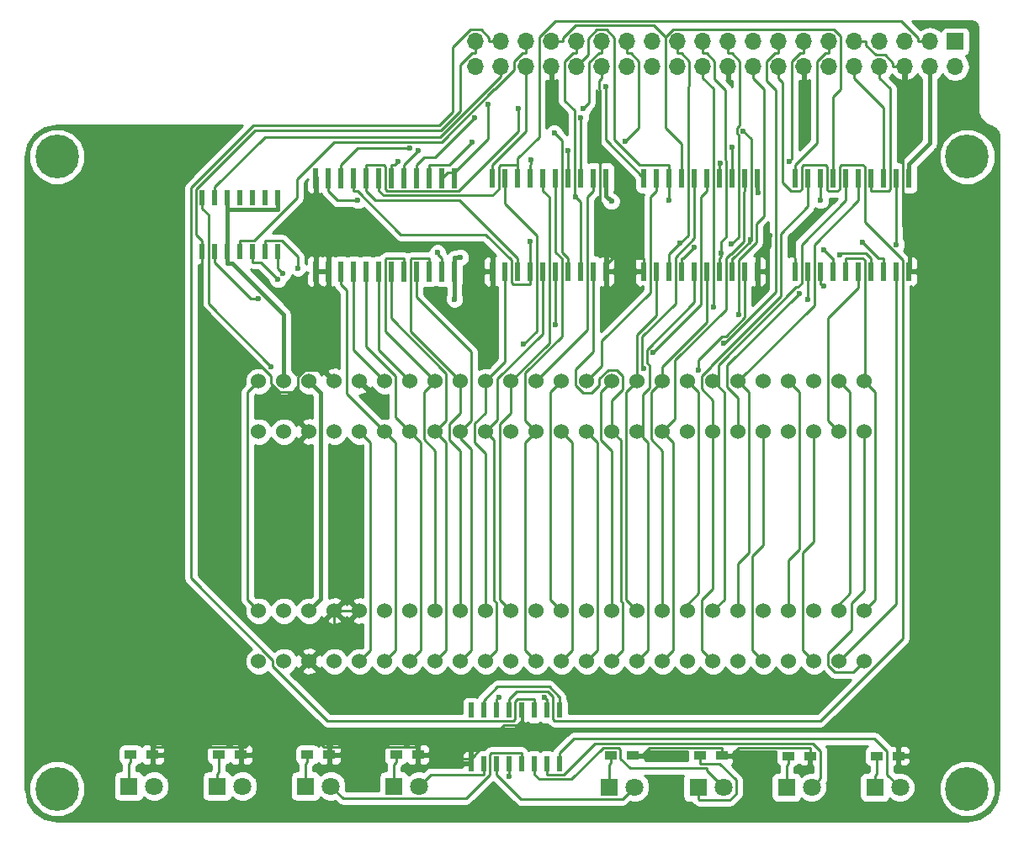
<source format=gbr>
G04 #@! TF.FileFunction,Copper,L2,Bot,Signal*
%FSLAX46Y46*%
G04 Gerber Fmt 4.6, Leading zero omitted, Abs format (unit mm)*
G04 Created by KiCad (PCBNEW 4.0.7) date 01/02/19 02:11:48*
%MOMM*%
%LPD*%
G01*
G04 APERTURE LIST*
%ADD10C,0.100000*%
%ADD11C,4.400000*%
%ADD12R,1.700000X1.700000*%
%ADD13O,1.700000X1.700000*%
%ADD14R,1.800000X1.800000*%
%ADD15C,1.800000*%
%ADD16R,1.200000X0.900000*%
%ADD17R,0.600000X1.950000*%
%ADD18R,0.600000X2.000000*%
%ADD19R,0.600000X1.500000*%
%ADD20C,1.524000*%
%ADD21C,0.600000*%
%ADD22C,0.250000*%
%ADD23C,0.400000*%
%ADD24C,0.254000*%
G04 APERTURE END LIST*
D10*
D11*
X206756000Y-130937000D03*
X206756000Y-67310000D03*
X115180000Y-67310000D03*
X115189000Y-130937000D03*
D12*
X205572000Y-55727600D03*
D13*
X205572000Y-58267600D03*
X203032000Y-55727600D03*
X203032000Y-58267600D03*
X200492000Y-55727600D03*
X200492000Y-58267600D03*
X197952000Y-55727600D03*
X197952000Y-58267600D03*
X195412000Y-55727600D03*
X195412000Y-58267600D03*
X192872000Y-55727600D03*
X192872000Y-58267600D03*
X190332000Y-55727600D03*
X190332000Y-58267600D03*
X187792000Y-55727600D03*
X187792000Y-58267600D03*
X185252000Y-55727600D03*
X185252000Y-58267600D03*
X182712000Y-55727600D03*
X182712000Y-58267600D03*
X180172000Y-55727600D03*
X180172000Y-58267600D03*
X177632000Y-55727600D03*
X177632000Y-58267600D03*
X175092000Y-55727600D03*
X175092000Y-58267600D03*
X172552000Y-55727600D03*
X172552000Y-58267600D03*
X170012000Y-55727600D03*
X170012000Y-58267600D03*
X167472000Y-55727600D03*
X167472000Y-58267600D03*
X164932000Y-55727600D03*
X164932000Y-58267600D03*
X162392000Y-55727600D03*
X162392000Y-58267600D03*
X159852000Y-55727600D03*
X159852000Y-58267600D03*
X157312000Y-55727600D03*
X157312000Y-58267600D03*
D14*
X131318000Y-130683000D03*
D15*
X133858000Y-130683000D03*
D14*
X140208000Y-130683000D03*
D15*
X142748000Y-130683000D03*
D14*
X122428000Y-130683000D03*
D15*
X124968000Y-130683000D03*
D16*
X197655000Y-127635000D03*
X199855000Y-127635000D03*
X188765000Y-127635000D03*
X190965000Y-127635000D03*
X131488000Y-127508000D03*
X133688000Y-127508000D03*
X140378000Y-127508000D03*
X142578000Y-127508000D03*
X179866000Y-127630000D03*
X182066000Y-127630000D03*
X122598000Y-127508000D03*
X124798000Y-127508000D03*
D17*
X185674000Y-78868000D03*
X184404000Y-78868000D03*
X183134000Y-78868000D03*
X181864000Y-78868000D03*
X180594000Y-78868000D03*
X179324000Y-78868000D03*
X178054000Y-78868000D03*
X176784000Y-78868000D03*
X175514000Y-78868000D03*
X174244000Y-78868000D03*
X174244000Y-69468000D03*
X175514000Y-69468000D03*
X176784000Y-69468000D03*
X178054000Y-69468000D03*
X179324000Y-69468000D03*
X180594000Y-69468000D03*
X181864000Y-69468000D03*
X183134000Y-69468000D03*
X184404000Y-69468000D03*
X185674000Y-69468000D03*
X170434000Y-78868000D03*
X169164000Y-78868000D03*
X167894000Y-78868000D03*
X166624000Y-78868000D03*
X165354000Y-78868000D03*
X164084000Y-78868000D03*
X162814000Y-78868000D03*
X161544000Y-78868000D03*
X160274000Y-78868000D03*
X159004000Y-78868000D03*
X159004000Y-69468000D03*
X160274000Y-69468000D03*
X161544000Y-69468000D03*
X162814000Y-69468000D03*
X164084000Y-69468000D03*
X165354000Y-69468000D03*
X166624000Y-69468000D03*
X167894000Y-69468000D03*
X169164000Y-69468000D03*
X170434000Y-69468000D03*
X200914000Y-78868000D03*
X199644000Y-78868000D03*
X198374000Y-78868000D03*
X197104000Y-78868000D03*
X195834000Y-78868000D03*
X194564000Y-78868000D03*
X193294000Y-78868000D03*
X192024000Y-78868000D03*
X190754000Y-78868000D03*
X189484000Y-78868000D03*
X189484000Y-69468000D03*
X190754000Y-69468000D03*
X192024000Y-69468000D03*
X193294000Y-69468000D03*
X194564000Y-69468000D03*
X195834000Y-69468000D03*
X197104000Y-69468000D03*
X198374000Y-69468000D03*
X199644000Y-69468000D03*
X200914000Y-69468000D03*
D18*
X155194000Y-78868000D03*
X153924000Y-78868000D03*
X152654000Y-78868000D03*
X151384000Y-78868000D03*
X150114000Y-78868000D03*
X148844000Y-78868000D03*
X147574000Y-78868000D03*
X146304000Y-78868000D03*
X145034000Y-78868000D03*
X143764000Y-78868000D03*
X142494000Y-78868000D03*
X141224000Y-78868000D03*
X141224000Y-69468000D03*
X142494000Y-69468000D03*
X143764000Y-69468000D03*
X145034000Y-69468000D03*
X146304000Y-69468000D03*
X147574000Y-69468000D03*
X148844000Y-69468000D03*
X150114000Y-69468000D03*
X151384000Y-69468000D03*
X152654000Y-69468000D03*
X153924000Y-69468000D03*
X155194000Y-69468000D03*
D19*
X137414000Y-76868000D03*
X136144000Y-76868000D03*
X134874000Y-76868000D03*
X133604000Y-76868000D03*
X132334000Y-76868000D03*
X131064000Y-76868000D03*
X129794000Y-76868000D03*
X129794000Y-71468000D03*
X131064000Y-71468000D03*
X132334000Y-71468000D03*
X133604000Y-71468000D03*
X134874000Y-71468000D03*
X136144000Y-71468000D03*
X137414000Y-71468000D03*
X165735000Y-128430000D03*
X164465000Y-128430000D03*
X163195000Y-128430000D03*
X161925000Y-128430000D03*
X160655000Y-128430000D03*
X159385000Y-128430000D03*
X158115000Y-128430000D03*
X156845000Y-128430000D03*
X156845000Y-123030000D03*
X158115000Y-123030000D03*
X159385000Y-123030000D03*
X160655000Y-123030000D03*
X161925000Y-123030000D03*
X163195000Y-123030000D03*
X164465000Y-123030000D03*
X165735000Y-123030000D03*
D14*
X149098000Y-130683000D03*
D15*
X151638000Y-130683000D03*
D14*
X170779000Y-130776000D03*
D15*
X173319000Y-130776000D03*
D16*
X149311000Y-127508000D03*
X151511000Y-127508000D03*
X170949000Y-127601000D03*
X173149000Y-127601000D03*
D20*
X196433000Y-89916000D03*
X196433000Y-94996000D03*
X193893000Y-89916000D03*
X193893000Y-94996000D03*
X191353000Y-89916000D03*
X191353000Y-94996000D03*
X188813000Y-89916000D03*
X188813000Y-94996000D03*
X186273000Y-89916000D03*
X186273000Y-94996000D03*
X183733000Y-89916000D03*
X183733000Y-94996000D03*
X181193000Y-89916000D03*
X181193000Y-94996000D03*
X178653000Y-89916000D03*
X178653000Y-94996000D03*
X176113000Y-89916000D03*
X176113000Y-94996000D03*
X173573000Y-89916000D03*
X173573000Y-94996000D03*
X171033000Y-89916000D03*
X171033000Y-94996000D03*
X168493000Y-89916000D03*
X168493000Y-94996000D03*
X165953000Y-89916000D03*
X165953000Y-94996000D03*
X163413000Y-89916000D03*
X163413000Y-94996000D03*
X160873000Y-89916000D03*
X160873000Y-94996000D03*
X158333000Y-89916000D03*
X158333000Y-94996000D03*
X155793000Y-89916000D03*
X155793000Y-94996000D03*
X153253000Y-89916000D03*
X153253000Y-94996000D03*
X150713000Y-89916000D03*
X150713000Y-94996000D03*
X148173000Y-89916000D03*
X148173000Y-94996000D03*
X145633000Y-89916000D03*
X145633000Y-94996000D03*
X143093000Y-89916000D03*
X143093000Y-94996000D03*
X140553000Y-89916000D03*
X140553000Y-94996000D03*
X138013000Y-89916000D03*
X138013000Y-94996000D03*
X135473000Y-89916000D03*
X135473000Y-94996000D03*
X196433000Y-113030000D03*
X196433000Y-118110000D03*
X193893000Y-113030000D03*
X193893000Y-118110000D03*
X191353000Y-113030000D03*
X191353000Y-118110000D03*
X188813000Y-113030000D03*
X188813000Y-118110000D03*
X186273000Y-113030000D03*
X186273000Y-118110000D03*
X183733000Y-113030000D03*
X183733000Y-118110000D03*
X181193000Y-113030000D03*
X181193000Y-118110000D03*
X178653000Y-113030000D03*
X178653000Y-118110000D03*
X176113000Y-113030000D03*
X176113000Y-118110000D03*
X173573000Y-113030000D03*
X173573000Y-118110000D03*
X171033000Y-113030000D03*
X171033000Y-118110000D03*
X168493000Y-113030000D03*
X168493000Y-118110000D03*
X165953000Y-113030000D03*
X165953000Y-118110000D03*
X163413000Y-113030000D03*
X163413000Y-118110000D03*
X160873000Y-113030000D03*
X160873000Y-118110000D03*
X158333000Y-113030000D03*
X158333000Y-118110000D03*
X155793000Y-113030000D03*
X155793000Y-118110000D03*
X153253000Y-113030000D03*
X153253000Y-118110000D03*
X150713000Y-113030000D03*
X150713000Y-118110000D03*
X148173000Y-113030000D03*
X148173000Y-118110000D03*
X145633000Y-113030000D03*
X145633000Y-118110000D03*
X143093000Y-113030000D03*
X143093000Y-118110000D03*
X140553000Y-113030000D03*
X140553000Y-118110000D03*
X138013000Y-113030000D03*
X138013000Y-118110000D03*
X135473000Y-113030000D03*
X135473000Y-118110000D03*
D14*
X179696000Y-130806000D03*
D15*
X182236000Y-130806000D03*
D14*
X188595000Y-130810000D03*
D15*
X191135000Y-130810000D03*
D14*
X197485000Y-130810000D03*
D15*
X200025000Y-130810000D03*
D21*
X189375200Y-75227200D03*
X138054000Y-122761200D03*
X186910300Y-75227200D03*
X200591900Y-74626600D03*
X170986800Y-71817900D03*
X155800200Y-77457500D03*
X185701800Y-70950600D03*
X155194000Y-81658600D03*
X162883300Y-67663900D03*
X149480600Y-67816500D03*
X162814000Y-75884100D03*
X145469100Y-71731500D03*
X167402100Y-71360500D03*
X165221600Y-64944000D03*
X150662800Y-66466100D03*
X166624000Y-66696300D03*
X151560400Y-66696300D03*
X172349900Y-65820900D03*
X167882700Y-63419800D03*
X157201200Y-63419800D03*
X161627500Y-62475600D03*
X168116900Y-62475600D03*
X137942100Y-79078700D03*
X190757300Y-81719900D03*
X139435700Y-78528000D03*
X137427400Y-79704000D03*
X183778700Y-83190500D03*
X189865600Y-81094600D03*
X199644000Y-76165200D03*
X135429100Y-81591800D03*
X165354000Y-84237000D03*
X179740400Y-88843600D03*
X175157800Y-87019100D03*
X174207900Y-88646900D03*
X162143000Y-86181100D03*
X136743100Y-88443700D03*
X165760400Y-123012200D03*
X158552200Y-62082700D03*
X196207700Y-75956500D03*
X184941900Y-75693800D03*
X184225400Y-64724500D03*
X179337000Y-76411700D03*
X183060900Y-76117800D03*
X192346300Y-76724000D03*
X192346300Y-80368300D03*
X177872700Y-76057300D03*
X183098100Y-66399400D03*
X192024000Y-71734400D03*
X176784000Y-71734400D03*
X193977300Y-77253000D03*
X182018400Y-77060600D03*
X181925600Y-67987500D03*
X160655000Y-129683500D03*
X164269200Y-121777200D03*
X156936500Y-65883200D03*
X188838500Y-67823900D03*
X181219400Y-82454300D03*
X170392400Y-60292200D03*
X159624600Y-121779600D03*
X182303700Y-86135200D03*
X153480800Y-76966800D03*
D22*
X142494000Y-78868000D02*
X142494000Y-77542700D01*
X159004000Y-78868000D02*
X159004000Y-77567700D01*
X174244000Y-78868000D02*
X174244000Y-77567700D01*
X143093000Y-115570000D02*
X140553000Y-118110000D01*
X143093000Y-113030000D02*
X143093000Y-115570000D01*
X143093000Y-113030000D02*
X145633000Y-113030000D01*
X189484000Y-78868000D02*
X189484000Y-77567700D01*
X201254800Y-129810100D02*
X199855000Y-128410300D01*
X190965000Y-128410300D02*
X189898600Y-129476700D01*
X199855000Y-127635000D02*
X199855000Y-128410300D01*
X190965000Y-128022600D02*
X190965000Y-128410300D01*
X190965000Y-128022600D02*
X190965000Y-127635000D01*
X183761600Y-126859700D02*
X182991300Y-127630000D01*
X190965000Y-126859700D02*
X183761600Y-126859700D01*
X190965000Y-127635000D02*
X190965000Y-126859700D01*
X182066000Y-127630000D02*
X182991300Y-127630000D01*
X174820600Y-126854700D02*
X182066000Y-126854700D01*
X174074300Y-127601000D02*
X174820600Y-126854700D01*
X173149000Y-127601000D02*
X174074300Y-127601000D01*
X182066000Y-127630000D02*
X182066000Y-126854700D01*
X133688000Y-127508000D02*
X133688000Y-126732700D01*
X124798000Y-126732700D02*
X133688000Y-126732700D01*
X124798000Y-127508000D02*
X124798000Y-126732700D01*
X139438200Y-93881200D02*
X139438200Y-91003400D01*
X140553000Y-94996000D02*
X139438200Y-93881200D01*
X140129900Y-88792700D02*
X141969700Y-88792700D01*
X139438200Y-89484400D02*
X140129900Y-88792700D01*
X139438200Y-91003400D02*
X139438200Y-89484400D01*
X141969700Y-88792700D02*
X143093000Y-89916000D01*
X142494000Y-78868000D02*
X142494000Y-80193300D01*
X141445400Y-80193300D02*
X141224000Y-80193300D01*
X141969700Y-80717600D02*
X141445400Y-80193300D01*
X141969700Y-88792700D02*
X141969700Y-80717600D01*
X141969700Y-80717600D02*
X142494000Y-80193300D01*
X141224000Y-78868000D02*
X141224000Y-80193300D01*
X156845000Y-128430000D02*
X156845000Y-127892300D01*
X151511000Y-127508000D02*
X152436300Y-127508000D01*
X151511000Y-127508000D02*
X151511000Y-126732700D01*
X142578000Y-126732700D02*
X151511000Y-126732700D01*
X142578000Y-126732700D02*
X142578000Y-127508000D01*
X170434000Y-78868000D02*
X170434000Y-78217800D01*
X157312000Y-55727600D02*
X157312000Y-56902900D01*
X129794000Y-76868000D02*
X129794000Y-75792700D01*
X134082500Y-126732700D02*
X133688000Y-126732700D01*
X138054000Y-122761200D02*
X134082500Y-126732700D01*
X142025500Y-126732700D02*
X138054000Y-122761200D01*
X142578000Y-126732700D02*
X142025500Y-126732700D01*
X161925000Y-123030000D02*
X161925000Y-124105300D01*
X152820600Y-127892300D02*
X152436300Y-127508000D01*
X156845000Y-127892300D02*
X152820600Y-127892300D01*
X199855000Y-127635000D02*
X199855000Y-126859700D01*
X197997000Y-125001700D02*
X199855000Y-126859700D01*
X162821400Y-125001700D02*
X197997000Y-125001700D01*
X161925000Y-124105300D02*
X162821400Y-125001700D01*
X161474700Y-124555600D02*
X161925000Y-124105300D01*
X160181700Y-124555600D02*
X161474700Y-124555600D01*
X156845000Y-127892300D02*
X160181700Y-124555600D01*
X129794000Y-82419500D02*
X129794000Y-76868000D01*
X136743000Y-89368500D02*
X129794000Y-82419500D01*
X136743000Y-90186000D02*
X136743000Y-89368500D01*
X137560400Y-91003400D02*
X136743000Y-90186000D01*
X139438200Y-91003400D02*
X137560400Y-91003400D01*
X156944700Y-56902900D02*
X157312000Y-56902900D01*
X155768700Y-58078900D02*
X156944700Y-56902900D01*
X155768700Y-62694000D02*
X155768700Y-58078900D01*
X153808900Y-64653800D02*
X155768700Y-62694000D01*
X135092700Y-64653800D02*
X153808900Y-64653800D01*
X129168600Y-70577900D02*
X135092700Y-64653800D01*
X129168600Y-75167300D02*
X129168600Y-70577900D01*
X129794000Y-75792700D02*
X129168600Y-75167300D01*
X199316700Y-57900200D02*
X199316700Y-58267600D01*
X198508800Y-57092300D02*
X199316700Y-57900200D01*
X197584600Y-57092300D02*
X198508800Y-57092300D01*
X196587300Y-56095000D02*
X197584600Y-57092300D01*
X196587300Y-55727600D02*
X196587300Y-56095000D01*
X195412000Y-55727600D02*
X196587300Y-55727600D01*
X200268100Y-58267600D02*
X199316700Y-58267600D01*
X200268100Y-58267600D02*
X200269400Y-58267600D01*
X141224000Y-74446200D02*
X141224000Y-69468000D01*
X142801400Y-76023600D02*
X141224000Y-74446200D01*
X157459900Y-76023600D02*
X142801400Y-76023600D01*
X159004000Y-77567700D02*
X157459900Y-76023600D01*
X142494000Y-76331000D02*
X142494000Y-77542700D01*
X142801400Y-76023600D02*
X142494000Y-76331000D01*
X200288600Y-58267600D02*
X200269400Y-58267600D01*
X189375200Y-77458900D02*
X189375200Y-75227200D01*
X189484000Y-77567700D02*
X189375200Y-77458900D01*
X185674000Y-78868000D02*
X185674000Y-77567700D01*
X186910300Y-76331400D02*
X186910300Y-75227200D01*
X185674000Y-77567700D02*
X186910300Y-76331400D01*
X170434000Y-78217800D02*
X171090600Y-77561200D01*
X174237500Y-77561200D02*
X174244000Y-77567700D01*
X171090600Y-77561200D02*
X174237500Y-77561200D01*
X170012000Y-58267600D02*
X170012000Y-59442900D01*
X169808600Y-76279200D02*
X171090600Y-77561200D01*
X169808600Y-60592700D02*
X169808600Y-76279200D01*
X169767100Y-60551200D02*
X169808600Y-60592700D01*
X169767100Y-59687800D02*
X169767100Y-60551200D01*
X170012000Y-59442900D02*
X169767100Y-59687800D01*
X200492000Y-58267600D02*
X200436400Y-58267600D01*
X200436400Y-58267600D02*
X200288600Y-58267600D01*
X200914000Y-74948700D02*
X200914000Y-78868000D01*
X200591900Y-74626600D02*
X200914000Y-74948700D01*
X200288600Y-74323300D02*
X200591900Y-74626600D01*
X200288600Y-58267600D02*
X200288600Y-74323300D01*
D23*
X132334000Y-71468000D02*
X132334000Y-72618300D01*
X132334000Y-76868000D02*
X132334000Y-72618300D01*
X132334000Y-72618300D02*
X137414000Y-72618300D01*
X132334000Y-76868000D02*
X132334000Y-78018300D01*
X170434000Y-69468000D02*
X170434000Y-70843300D01*
X155194000Y-78868000D02*
X155194000Y-77467700D01*
X155790000Y-77467700D02*
X155800200Y-77457500D01*
X155194000Y-77467700D02*
X155790000Y-77467700D01*
X185674000Y-69468000D02*
X185674000Y-70843300D01*
X185674000Y-70922800D02*
X185701800Y-70950600D01*
X185674000Y-70843300D02*
X185674000Y-70922800D01*
X137414000Y-71468000D02*
X137414000Y-72618300D01*
X203032000Y-65974700D02*
X200914000Y-68092700D01*
X203032000Y-58267600D02*
X203032000Y-65974700D01*
X200914000Y-69468000D02*
X200914000Y-68092700D01*
X155194000Y-78868000D02*
X155194000Y-81658600D01*
X132846000Y-78018300D02*
X132334000Y-78018300D01*
X138013000Y-83185300D02*
X132846000Y-78018300D01*
X138013000Y-89916000D02*
X138013000Y-83185300D01*
X170434000Y-71265100D02*
X170986800Y-71817900D01*
X170434000Y-70843300D02*
X170434000Y-71265100D01*
X141743600Y-91106600D02*
X140553000Y-89916000D01*
X141743600Y-111839400D02*
X141743600Y-91106600D01*
X140553000Y-113030000D02*
X141743600Y-111839400D01*
D22*
X162814000Y-69468000D02*
X162814000Y-68167700D01*
X162883300Y-68098400D02*
X162883300Y-67663900D01*
X162814000Y-68167700D02*
X162883300Y-68098400D01*
X148844000Y-69468000D02*
X148844000Y-68142700D01*
X149154400Y-68142700D02*
X149480600Y-67816500D01*
X148844000Y-68142700D02*
X149154400Y-68142700D01*
X162814000Y-78868000D02*
X162814000Y-75884100D01*
X145034000Y-69468000D02*
X145034000Y-70793300D01*
X162814000Y-78868000D02*
X162814000Y-80168300D01*
X161073700Y-80168300D02*
X162814000Y-80168300D01*
X160899400Y-79994000D02*
X161073700Y-80168300D01*
X160899400Y-77758300D02*
X160899400Y-79994000D01*
X158283400Y-75142300D02*
X160899400Y-77758300D01*
X149784300Y-75142300D02*
X158283400Y-75142300D01*
X145435300Y-70793300D02*
X149784300Y-75142300D01*
X145034000Y-70793300D02*
X145435300Y-70793300D01*
X167894000Y-78868000D02*
X167894000Y-77567700D01*
X167472000Y-55727600D02*
X167472000Y-56902900D01*
X143432200Y-71731500D02*
X145469100Y-71731500D01*
X142494000Y-70793300D02*
X143432200Y-71731500D01*
X167894000Y-71852400D02*
X167402100Y-71360500D01*
X167894000Y-77567700D02*
X167894000Y-71852400D01*
X142494000Y-69468000D02*
X142494000Y-70793300D01*
X167249500Y-71207900D02*
X167402100Y-71360500D01*
X167249500Y-62637200D02*
X167249500Y-71207900D01*
X166296700Y-61684400D02*
X167249500Y-62637200D01*
X166296700Y-57710800D02*
X166296700Y-61684400D01*
X167104600Y-56902900D02*
X166296700Y-57710800D01*
X167472000Y-56902900D02*
X167104600Y-56902900D01*
X166624000Y-78868000D02*
X166624000Y-77567700D01*
X165998700Y-65721100D02*
X165221600Y-64944000D01*
X165998700Y-76942400D02*
X165998700Y-65721100D01*
X166624000Y-77567700D02*
X165998700Y-76942400D01*
X143764000Y-69468000D02*
X143764000Y-68142700D01*
X145440600Y-66466100D02*
X150662800Y-66466100D01*
X143764000Y-68142700D02*
X145440600Y-66466100D01*
X166624000Y-69468000D02*
X166624000Y-68167700D01*
X166624000Y-68167700D02*
X166624000Y-66696300D01*
X150114000Y-69468000D02*
X150114000Y-68142700D01*
X150114000Y-68142700D02*
X151560400Y-66696300D01*
X172919400Y-56902900D02*
X172552000Y-56902900D01*
X173727300Y-57710800D02*
X172919400Y-56902900D01*
X173727300Y-64443500D02*
X173727300Y-57710800D01*
X172349900Y-65820900D02*
X173727300Y-64443500D01*
X172552000Y-55727600D02*
X172552000Y-56902900D01*
X167894000Y-69468000D02*
X167894000Y-68167700D01*
X151384000Y-69468000D02*
X151384000Y-68142700D01*
X167894000Y-63431100D02*
X167882700Y-63419800D01*
X167894000Y-68167700D02*
X167894000Y-63431100D01*
X153212600Y-67408400D02*
X157201200Y-63419800D01*
X152118300Y-67408400D02*
X153212600Y-67408400D01*
X151384000Y-68142700D02*
X152118300Y-67408400D01*
X161544000Y-69468000D02*
X161544000Y-68280300D01*
X203032000Y-55727600D02*
X201856700Y-55727600D01*
X147574000Y-69468000D02*
X147574000Y-70793300D01*
X161544000Y-68128300D02*
X161544000Y-68280300D01*
X161544000Y-67469600D02*
X161544000Y-68128300D01*
X163687100Y-65326500D02*
X161544000Y-67469600D01*
X163687100Y-55282900D02*
X163687100Y-65326500D01*
X165318300Y-53651700D02*
X163687100Y-55282900D01*
X200148100Y-53651700D02*
X165318300Y-53651700D01*
X201856700Y-55360300D02*
X200148100Y-53651700D01*
X201856700Y-55727600D02*
X201856700Y-55360300D01*
X159834600Y-68128300D02*
X161544000Y-68128300D01*
X159641000Y-68321900D02*
X159834600Y-68128300D01*
X159641000Y-70608300D02*
X159641000Y-68321900D01*
X159005700Y-71243600D02*
X159641000Y-70608300D01*
X148024300Y-71243600D02*
X159005700Y-71243600D01*
X147574000Y-70793300D02*
X148024300Y-71243600D01*
X161544000Y-78868000D02*
X161544000Y-77567700D01*
X146304000Y-69654800D02*
X146304000Y-70793300D01*
X155670200Y-71693900D02*
X161544000Y-77567700D01*
X147204600Y-71693900D02*
X155670200Y-71693900D01*
X146304000Y-70793300D02*
X147204600Y-71693900D01*
X146304000Y-69654800D02*
X146304000Y-69468000D01*
X161627500Y-64794600D02*
X161627500Y-62475600D01*
X155628800Y-70793300D02*
X161627500Y-64794600D01*
X148365600Y-70793300D02*
X155628800Y-70793300D01*
X148209000Y-70636700D02*
X148365600Y-70793300D01*
X148209000Y-68288300D02*
X148209000Y-70636700D01*
X148063400Y-68142700D02*
X148209000Y-68288300D01*
X146304000Y-68142700D02*
X148063400Y-68142700D01*
X168741900Y-61850600D02*
X168116900Y-62475600D01*
X168741900Y-57859500D02*
X168741900Y-61850600D01*
X169698500Y-56902900D02*
X168741900Y-57859500D01*
X170012000Y-56902900D02*
X169698500Y-56902900D01*
X170012000Y-55727600D02*
X170012000Y-56902900D01*
X146304000Y-69468000D02*
X146304000Y-68142700D01*
X197533600Y-91016600D02*
X196433000Y-89916000D01*
X197533600Y-111929400D02*
X197533600Y-91016600D01*
X196433000Y-113030000D02*
X197533600Y-111929400D01*
X196459400Y-89889600D02*
X196433000Y-89916000D01*
X196459400Y-77758300D02*
X196459400Y-89889600D01*
X196268800Y-77567700D02*
X196459400Y-77758300D01*
X194564000Y-77567700D02*
X196268800Y-77567700D01*
X194564000Y-78868000D02*
X194564000Y-77567700D01*
X137414000Y-76868000D02*
X137414000Y-77943300D01*
X137414000Y-78550600D02*
X137942100Y-79078700D01*
X137414000Y-77943300D02*
X137414000Y-78550600D01*
X190757300Y-80171600D02*
X190754000Y-80168300D01*
X190757300Y-81719900D02*
X190757300Y-80171600D01*
X190754000Y-78868000D02*
X190754000Y-80168300D01*
X196433000Y-110964200D02*
X196433000Y-94996000D01*
X195163000Y-112234200D02*
X196433000Y-110964200D01*
X195163000Y-114975800D02*
X195163000Y-112234200D01*
X192781400Y-117357400D02*
X195163000Y-114975800D01*
X192781400Y-118536200D02*
X192781400Y-117357400D01*
X193467900Y-119222700D02*
X192781400Y-118536200D01*
X195320300Y-119222700D02*
X193467900Y-119222700D01*
X196433000Y-118110000D02*
X195320300Y-119222700D01*
X137851400Y-75792700D02*
X136144000Y-75792700D01*
X139435700Y-77377000D02*
X137851400Y-75792700D01*
X139435700Y-78528000D02*
X139435700Y-77377000D01*
X136144000Y-76868000D02*
X136144000Y-75792700D01*
X134874000Y-76868000D02*
X134874000Y-77943300D01*
X193893000Y-112393100D02*
X193893000Y-113030000D01*
X195004200Y-111281900D02*
X193893000Y-112393100D01*
X195004200Y-91027200D02*
X195004200Y-111281900D01*
X193893000Y-89916000D02*
X195004200Y-91027200D01*
X135666700Y-77943300D02*
X137427400Y-79704000D01*
X134874000Y-77943300D02*
X135666700Y-77943300D01*
X199644000Y-112359000D02*
X193893000Y-118110000D01*
X199644000Y-78868000D02*
X199644000Y-112359000D01*
X191353000Y-106050700D02*
X191353000Y-94996000D01*
X190260800Y-107142900D02*
X191353000Y-106050700D01*
X190260800Y-117017800D02*
X190260800Y-107142900D01*
X191353000Y-118110000D02*
X190260800Y-117017800D01*
X185252000Y-58267600D02*
X185252000Y-59442900D01*
X188813000Y-118110000D02*
X188849000Y-118146000D01*
X183778700Y-77758200D02*
X183778700Y-83190500D01*
X185567200Y-75969700D02*
X183778700Y-77758200D01*
X185567200Y-74059400D02*
X185567200Y-75969700D01*
X186335200Y-73291400D02*
X185567200Y-74059400D01*
X186335200Y-60526100D02*
X186335200Y-73291400D01*
X185252000Y-59442900D02*
X186335200Y-60526100D01*
X186273000Y-106392500D02*
X186273000Y-94996000D01*
X185181900Y-107483600D02*
X186273000Y-106392500D01*
X185181900Y-117018900D02*
X185181900Y-107483600D01*
X186273000Y-118110000D02*
X185181900Y-117018900D01*
X195834000Y-71709000D02*
X195834000Y-69468000D01*
X191382600Y-76160400D02*
X195834000Y-71709000D01*
X191382600Y-82266400D02*
X191382600Y-76160400D01*
X183733000Y-89916000D02*
X191382600Y-82266400D01*
X184843800Y-91026800D02*
X183733000Y-89916000D01*
X184843800Y-107184800D02*
X184843800Y-91026800D01*
X183733000Y-108295600D02*
X184843800Y-107184800D01*
X183733000Y-113030000D02*
X183733000Y-108295600D01*
X182645500Y-88314700D02*
X189865600Y-81094600D01*
X182645500Y-90482700D02*
X182645500Y-88314700D01*
X183733000Y-91570200D02*
X182645500Y-90482700D01*
X183733000Y-94996000D02*
X183733000Y-91570200D01*
X199644000Y-69468000D02*
X199644000Y-76165200D01*
X181761000Y-89916000D02*
X181193000Y-89916000D01*
X181761000Y-90484000D02*
X181761000Y-89916000D01*
X182329000Y-91052000D02*
X181761000Y-90484000D01*
X182329000Y-111894000D02*
X182329000Y-91052000D01*
X181193000Y-113030000D02*
X182329000Y-111894000D01*
X194564000Y-71715900D02*
X194564000Y-69468000D01*
X190109300Y-76170600D02*
X194564000Y-71715900D01*
X190109300Y-80065900D02*
X190109300Y-76170600D01*
X189706000Y-80469200D02*
X190109300Y-80065900D01*
X189571400Y-80469200D02*
X189706000Y-80469200D01*
X181761000Y-88279600D02*
X189571400Y-80469200D01*
X181761000Y-89916000D02*
X181761000Y-88279600D01*
X181193000Y-110808300D02*
X181193000Y-94996000D01*
X180101900Y-111899400D02*
X181193000Y-110808300D01*
X180101900Y-117018900D02*
X180101900Y-111899400D01*
X181193000Y-118110000D02*
X180101900Y-117018900D01*
X181193000Y-91819100D02*
X181193000Y-94996000D01*
X180089500Y-90715600D02*
X181193000Y-91819100D01*
X180089500Y-89430400D02*
X180089500Y-90715600D01*
X181006100Y-88513800D02*
X180089500Y-89430400D01*
X181006100Y-88397600D02*
X181006100Y-88513800D01*
X188009300Y-81394400D02*
X181006100Y-88397600D01*
X188009300Y-75065600D02*
X188009300Y-81394400D01*
X190754000Y-72320900D02*
X188009300Y-75065600D01*
X190754000Y-69468000D02*
X190754000Y-72320900D01*
X131064000Y-76868000D02*
X131064000Y-77943300D01*
X178653000Y-112393100D02*
X178653000Y-113030000D01*
X179764200Y-111281900D02*
X178653000Y-112393100D01*
X179764200Y-91027200D02*
X179764200Y-111281900D01*
X178653000Y-89916000D02*
X179764200Y-91027200D01*
X134712500Y-81591800D02*
X135429100Y-81591800D01*
X131064000Y-77943300D02*
X134712500Y-81591800D01*
X180594000Y-78868000D02*
X180594000Y-80168300D01*
X175001700Y-91027300D02*
X176113000Y-89916000D01*
X175001700Y-95787800D02*
X175001700Y-91027300D01*
X176113000Y-96899100D02*
X175001700Y-95787800D01*
X176113000Y-113030000D02*
X176113000Y-96899100D01*
X176113000Y-88445100D02*
X176113000Y-89916000D01*
X180594000Y-83964100D02*
X176113000Y-88445100D01*
X180594000Y-80168300D02*
X180594000Y-83964100D01*
X177200400Y-96083400D02*
X176113000Y-94996000D01*
X177200400Y-117022600D02*
X177200400Y-96083400D01*
X176113000Y-118110000D02*
X177200400Y-117022600D01*
X177383000Y-93726000D02*
X176113000Y-94996000D01*
X177383000Y-87812000D02*
X177383000Y-93726000D01*
X182508700Y-82686300D02*
X177383000Y-87812000D01*
X182508700Y-77533500D02*
X182508700Y-82686300D01*
X182943900Y-77098300D02*
X182508700Y-77533500D01*
X183039100Y-77098300D02*
X182943900Y-77098300D01*
X184316600Y-75820800D02*
X183039100Y-77098300D01*
X184316600Y-70855700D02*
X184316600Y-75820800D01*
X184404000Y-70768300D02*
X184316600Y-70855700D01*
X184404000Y-69468000D02*
X184404000Y-70768300D01*
X172461700Y-91027300D02*
X173573000Y-89916000D01*
X172461700Y-111918700D02*
X172461700Y-91027300D01*
X173573000Y-113030000D02*
X172461700Y-111918700D01*
X175514000Y-83341400D02*
X175514000Y-78868000D01*
X173573000Y-85282400D02*
X175514000Y-83341400D01*
X173573000Y-89916000D02*
X173573000Y-85282400D01*
X179324000Y-78868000D02*
X179324000Y-80168300D01*
X174128600Y-94996000D02*
X173573000Y-94996000D01*
X174128600Y-95551600D02*
X174128600Y-94996000D01*
X174684200Y-96107200D02*
X174128600Y-95551600D01*
X174684200Y-116998800D02*
X174684200Y-96107200D01*
X173573000Y-118110000D02*
X174684200Y-116998800D01*
X174128600Y-91263500D02*
X174128600Y-94996000D01*
X174833200Y-90558900D02*
X174128600Y-91263500D01*
X174833200Y-88387800D02*
X174833200Y-90558900D01*
X174532500Y-88087100D02*
X174833200Y-88387800D01*
X174532500Y-86760100D02*
X174532500Y-88087100D01*
X179324000Y-81968600D02*
X174532500Y-86760100D01*
X179324000Y-80168300D02*
X179324000Y-81968600D01*
X169943500Y-91005500D02*
X171033000Y-89916000D01*
X169943500Y-95809600D02*
X169943500Y-91005500D01*
X171033000Y-96899100D02*
X169943500Y-95809600D01*
X171033000Y-113030000D02*
X171033000Y-96899100D01*
X165354000Y-78868000D02*
X165354000Y-84237000D01*
X169164000Y-86922500D02*
X169164000Y-78868000D01*
X167379800Y-88706700D02*
X169164000Y-86922500D01*
X167379800Y-90342800D02*
X167379800Y-88706700D01*
X168109100Y-91072100D02*
X167379800Y-90342800D01*
X168946700Y-91072100D02*
X168109100Y-91072100D01*
X169718400Y-90300400D02*
X168946700Y-91072100D01*
X169718400Y-89688700D02*
X169718400Y-90300400D01*
X170631200Y-88775900D02*
X169718400Y-89688700D01*
X171479900Y-88775900D02*
X170631200Y-88775900D01*
X172127700Y-89423700D02*
X171479900Y-88775900D01*
X172127700Y-90724400D02*
X172127700Y-89423700D01*
X171033000Y-91819100D02*
X172127700Y-90724400D01*
X171033000Y-94996000D02*
X171033000Y-91819100D01*
X171906700Y-95869700D02*
X171033000Y-94996000D01*
X171906700Y-112016400D02*
X171906700Y-95869700D01*
X172126700Y-112236400D02*
X171906700Y-112016400D01*
X172126700Y-117016300D02*
X172126700Y-112236400D01*
X171033000Y-118110000D02*
X172126700Y-117016300D01*
X175514000Y-69468000D02*
X175514000Y-70768300D01*
X169994100Y-88414900D02*
X168493000Y-89916000D01*
X169994100Y-85883800D02*
X169994100Y-88414900D01*
X174888700Y-80989200D02*
X169994100Y-85883800D01*
X174888700Y-71393600D02*
X174888700Y-80989200D01*
X175514000Y-70768300D02*
X174888700Y-71393600D01*
X169581500Y-96084500D02*
X168493000Y-94996000D01*
X169581500Y-117021500D02*
X169581500Y-96084500D01*
X168493000Y-118110000D02*
X169581500Y-117021500D01*
X184404000Y-78868000D02*
X184404000Y-80168300D01*
X179740400Y-87774100D02*
X179740400Y-88843600D01*
X182131400Y-85383100D02*
X179740400Y-87774100D01*
X182487200Y-85383100D02*
X182131400Y-85383100D01*
X184404000Y-83466300D02*
X182487200Y-85383100D01*
X184404000Y-80168300D02*
X184404000Y-83466300D01*
X164841700Y-91027300D02*
X165953000Y-89916000D01*
X164841700Y-111918700D02*
X164841700Y-91027300D01*
X165953000Y-113030000D02*
X164841700Y-111918700D01*
X180594000Y-69468000D02*
X180594000Y-70768300D01*
X179968700Y-71393600D02*
X180594000Y-70768300D01*
X179968700Y-82208200D02*
X179968700Y-71393600D01*
X175157800Y-87019100D02*
X179968700Y-82208200D01*
X167064200Y-96107200D02*
X165953000Y-94996000D01*
X167064200Y-116998800D02*
X167064200Y-96107200D01*
X165953000Y-118110000D02*
X167064200Y-116998800D01*
X179324000Y-75530400D02*
X179324000Y-70768300D01*
X177409400Y-77445000D02*
X179324000Y-75530400D01*
X177409400Y-82082900D02*
X177409400Y-77445000D01*
X174082200Y-85410100D02*
X177409400Y-82082900D01*
X174082200Y-88521200D02*
X174082200Y-85410100D01*
X174207900Y-88646900D02*
X174082200Y-88521200D01*
X179324000Y-69468000D02*
X179324000Y-70768300D01*
X168538700Y-71393600D02*
X169164000Y-70768300D01*
X168538700Y-84790300D02*
X168538700Y-71393600D01*
X163413000Y-89916000D02*
X168538700Y-84790300D01*
X169164000Y-69468000D02*
X169164000Y-70768300D01*
X162325600Y-96083400D02*
X163413000Y-94996000D01*
X162325600Y-117022600D02*
X162325600Y-96083400D01*
X163413000Y-118110000D02*
X162325600Y-117022600D01*
X162325600Y-93908600D02*
X163413000Y-94996000D01*
X162325600Y-89100300D02*
X162325600Y-93908600D01*
X165994900Y-85431000D02*
X162325600Y-89100300D01*
X165994900Y-77575500D02*
X165994900Y-85431000D01*
X165354000Y-76934600D02*
X165994900Y-77575500D01*
X165354000Y-69468000D02*
X165354000Y-76934600D01*
X160873000Y-93143300D02*
X160873000Y-89916000D01*
X159784400Y-94231900D02*
X160873000Y-93143300D01*
X159784400Y-111941400D02*
X159784400Y-94231900D01*
X160873000Y-113030000D02*
X159784400Y-111941400D01*
X164084000Y-69468000D02*
X164084000Y-70768300D01*
X164709300Y-86079700D02*
X160873000Y-89916000D01*
X164709300Y-71393600D02*
X164709300Y-86079700D01*
X164084000Y-70768300D02*
X164709300Y-71393600D01*
X163439400Y-84884700D02*
X162143000Y-86181100D01*
X163439400Y-75241100D02*
X163439400Y-84884700D01*
X160274000Y-72075700D02*
X163439400Y-75241100D01*
X160274000Y-69468000D02*
X160274000Y-72075700D01*
X160274000Y-87975000D02*
X158333000Y-89916000D01*
X160274000Y-78868000D02*
X160274000Y-87975000D01*
X158333000Y-97217700D02*
X158333000Y-113030000D01*
X157241900Y-96126600D02*
X158333000Y-97217700D01*
X157241900Y-94184000D02*
X157241900Y-96126600D01*
X158333000Y-93092900D02*
X157241900Y-94184000D01*
X158333000Y-89916000D02*
X158333000Y-93092900D01*
X159138200Y-95801200D02*
X158333000Y-94996000D01*
X159138200Y-111942600D02*
X159138200Y-95801200D01*
X159428700Y-112233100D02*
X159138200Y-111942600D01*
X159428700Y-117014300D02*
X159428700Y-112233100D01*
X158333000Y-118110000D02*
X159428700Y-117014300D01*
X159536600Y-93792400D02*
X158333000Y-94996000D01*
X159536600Y-89681700D02*
X159536600Y-93792400D01*
X164084000Y-85134300D02*
X159536600Y-89681700D01*
X164084000Y-80168300D02*
X164084000Y-85134300D01*
X164084000Y-78868000D02*
X164084000Y-80168300D01*
X150886700Y-77542700D02*
X152654000Y-77542700D01*
X150758600Y-77670800D02*
X150886700Y-77542700D01*
X150758600Y-84881600D02*
X150758600Y-77670800D01*
X155793000Y-89916000D02*
X150758600Y-84881600D01*
X152654000Y-78868000D02*
X152654000Y-77542700D01*
X155793000Y-93108700D02*
X155793000Y-89916000D01*
X154699300Y-94202400D02*
X155793000Y-93108700D01*
X154699300Y-95805400D02*
X154699300Y-94202400D01*
X155793000Y-96899100D02*
X154699300Y-95805400D01*
X155793000Y-113030000D02*
X155793000Y-96899100D01*
X156883900Y-93905100D02*
X155793000Y-94996000D01*
X156883900Y-86975600D02*
X156883900Y-93905100D01*
X151384000Y-81475700D02*
X156883900Y-86975600D01*
X151384000Y-78868000D02*
X151384000Y-81475700D01*
X156904200Y-116998800D02*
X155793000Y-118110000D01*
X156904200Y-96744000D02*
X156904200Y-116998800D01*
X155793000Y-95632800D02*
X156904200Y-96744000D01*
X155793000Y-94996000D02*
X155793000Y-95632800D01*
X152141700Y-91027300D02*
X153253000Y-89916000D01*
X152141700Y-95787800D02*
X152141700Y-91027300D01*
X153253000Y-96899100D02*
X152141700Y-95787800D01*
X153253000Y-113030000D02*
X153253000Y-96899100D01*
X150114000Y-78868000D02*
X150114000Y-77542700D01*
X148346700Y-77542700D02*
X150114000Y-77542700D01*
X148218600Y-77670800D02*
X148346700Y-77542700D01*
X148218600Y-84881600D02*
X148218600Y-77670800D01*
X153253000Y-89916000D02*
X148218600Y-84881600D01*
X154364200Y-96107200D02*
X153253000Y-94996000D01*
X154364200Y-116998800D02*
X154364200Y-96107200D01*
X153253000Y-118110000D02*
X154364200Y-116998800D01*
X148844000Y-83603900D02*
X148844000Y-78868000D01*
X154364200Y-89124100D02*
X148844000Y-83603900D01*
X154364200Y-93884800D02*
X154364200Y-89124100D01*
X153253000Y-94996000D02*
X154364200Y-93884800D01*
X147574000Y-78868000D02*
X147574000Y-80193300D01*
X147574000Y-86777000D02*
X147574000Y-80193300D01*
X150713000Y-89916000D02*
X147574000Y-86777000D01*
X151824200Y-96107200D02*
X150713000Y-94996000D01*
X151824200Y-116998800D02*
X151824200Y-96107200D01*
X150713000Y-118110000D02*
X151824200Y-116998800D01*
X146304000Y-86462200D02*
X146304000Y-78868000D01*
X149264000Y-89422200D02*
X146304000Y-86462200D01*
X149264000Y-93547000D02*
X149264000Y-89422200D01*
X150713000Y-94996000D02*
X149264000Y-93547000D01*
X145034000Y-86777000D02*
X145034000Y-78868000D01*
X148173000Y-89916000D02*
X145034000Y-86777000D01*
X149266700Y-96089700D02*
X148173000Y-94996000D01*
X149266700Y-117016300D02*
X149266700Y-96089700D01*
X148173000Y-118110000D02*
X149266700Y-117016300D01*
X144363000Y-91186000D02*
X148173000Y-94996000D01*
X144363000Y-80792300D02*
X144363000Y-91186000D01*
X143764000Y-80193300D02*
X144363000Y-80792300D01*
X143764000Y-78868000D02*
X143764000Y-80193300D01*
X129794000Y-71468000D02*
X129794000Y-72543300D01*
X130419300Y-82119900D02*
X136743100Y-88443700D01*
X130419300Y-73168600D02*
X130419300Y-82119900D01*
X129794000Y-72543300D02*
X130419300Y-73168600D01*
X146744200Y-96107200D02*
X145633000Y-94996000D01*
X146744200Y-116998800D02*
X146744200Y-96107200D01*
X145633000Y-118110000D02*
X146744200Y-116998800D01*
X134378600Y-91010400D02*
X135473000Y-89916000D01*
X134378600Y-111935600D02*
X134378600Y-91010400D01*
X135473000Y-113030000D02*
X134378600Y-111935600D01*
X165735000Y-123030000D02*
X165735000Y-121675400D01*
X165735000Y-121675400D02*
X165684200Y-121624600D01*
X165684200Y-121624600D02*
X165684200Y-121589800D01*
X165684200Y-121589800D02*
X165684200Y-121624600D01*
X165760400Y-123012200D02*
X165742600Y-123030000D01*
X165742600Y-123030000D02*
X165735000Y-123030000D01*
X158115000Y-123030000D02*
X158115000Y-122067300D01*
X165684200Y-121624600D02*
X164741200Y-120681600D01*
X164741200Y-120681600D02*
X159500700Y-120681600D01*
X159500700Y-120681600D02*
X158115000Y-122067300D01*
X165735000Y-123030000D02*
X165735000Y-122492300D01*
X155194000Y-69468000D02*
X155194000Y-68917900D01*
X154474100Y-68917900D02*
X153924000Y-69468000D01*
X155194000Y-68917900D02*
X154474100Y-68917900D01*
X158552200Y-65559700D02*
X155194000Y-68917900D01*
X158552200Y-62082700D02*
X158552200Y-65559700D01*
X183134000Y-78868000D02*
X183134000Y-77567700D01*
X197818900Y-77567700D02*
X196207700Y-75956500D01*
X198374000Y-77567700D02*
X197818900Y-77567700D01*
X198374000Y-78868000D02*
X198374000Y-77567700D01*
X184941900Y-75858900D02*
X184941900Y-75693800D01*
X183233100Y-77567700D02*
X184941900Y-75858900D01*
X183134000Y-77567700D02*
X183233100Y-77567700D01*
X185029300Y-65528400D02*
X184225400Y-64724500D01*
X185029300Y-75606400D02*
X185029300Y-65528400D01*
X184941900Y-75693800D02*
X185029300Y-75606400D01*
X178054000Y-78868000D02*
X178054000Y-77567700D01*
X178181000Y-77567700D02*
X179337000Y-76411700D01*
X178054000Y-77567700D02*
X178181000Y-77567700D01*
X182712000Y-55727600D02*
X182712000Y-56902900D01*
X193190000Y-77567700D02*
X192346300Y-76724000D01*
X193294000Y-77567700D02*
X193190000Y-77567700D01*
X193294000Y-78868000D02*
X193294000Y-77567700D01*
X183759400Y-75419300D02*
X183060900Y-76117800D01*
X183759400Y-65142800D02*
X183759400Y-75419300D01*
X183600100Y-64983500D02*
X183759400Y-65142800D01*
X183600100Y-64465500D02*
X183600100Y-64983500D01*
X183887300Y-64178300D02*
X183600100Y-64465500D01*
X183887300Y-57710800D02*
X183887300Y-64178300D01*
X183079400Y-56902900D02*
X183887300Y-57710800D01*
X182712000Y-56902900D02*
X183079400Y-56902900D01*
X177632000Y-55727600D02*
X177632000Y-56902900D01*
X176784000Y-77146000D02*
X177872700Y-76057300D01*
X176784000Y-78868000D02*
X176784000Y-77146000D01*
X177999400Y-56902900D02*
X177632000Y-56902900D01*
X178807300Y-57710800D02*
X177999400Y-56902900D01*
X178807300Y-60170700D02*
X178807300Y-57710800D01*
X178679400Y-60298600D02*
X178807300Y-60170700D01*
X178679400Y-75250600D02*
X178679400Y-60298600D01*
X177872700Y-76057300D02*
X178679400Y-75250600D01*
X192146300Y-80168300D02*
X192346300Y-80368300D01*
X192024000Y-80168300D02*
X192146300Y-80168300D01*
X192024000Y-78868000D02*
X192024000Y-80168300D01*
X198374000Y-62404900D02*
X195412000Y-59442900D01*
X198374000Y-68167700D02*
X198374000Y-62404900D01*
X198374000Y-69468000D02*
X198374000Y-68167700D01*
X195412000Y-58267600D02*
X195412000Y-59442900D01*
X183098100Y-68131800D02*
X183134000Y-68167700D01*
X183098100Y-66399400D02*
X183098100Y-68131800D01*
X183134000Y-69468000D02*
X183134000Y-68167700D01*
X192024000Y-69468000D02*
X192024000Y-70768300D01*
X192024000Y-70768300D02*
X192024000Y-71734400D01*
X176784000Y-71734400D02*
X176784000Y-69468000D01*
X176784000Y-69468000D02*
X176784000Y-68167700D01*
X173812400Y-68167700D02*
X176784000Y-68167700D01*
X171282000Y-65637300D02*
X173812400Y-68167700D01*
X171282000Y-55327400D02*
X171282000Y-65637300D01*
X170506900Y-54552300D02*
X171282000Y-55327400D01*
X169523000Y-54552300D02*
X170506900Y-54552300D01*
X168657800Y-55417500D02*
X169523000Y-54552300D01*
X168657800Y-57081800D02*
X168657800Y-55417500D01*
X167472000Y-58267600D02*
X168657800Y-57081800D01*
X180172000Y-55727600D02*
X180172000Y-56902900D01*
X182018400Y-75884700D02*
X182018400Y-77060600D01*
X182499200Y-75403900D02*
X182018400Y-75884700D01*
X182499200Y-68298300D02*
X182499200Y-75403900D01*
X182550900Y-68246600D02*
X182499200Y-68298300D01*
X182550900Y-67728400D02*
X182550900Y-68246600D01*
X182436700Y-67614200D02*
X182550900Y-67728400D01*
X182436700Y-60588000D02*
X182436700Y-67614200D01*
X181347300Y-59498600D02*
X182436700Y-60588000D01*
X181347300Y-57710800D02*
X181347300Y-59498600D01*
X180539400Y-56902900D02*
X181347300Y-57710800D01*
X180172000Y-56902900D02*
X180539400Y-56902900D01*
X182018400Y-77413300D02*
X181864000Y-77567700D01*
X182018400Y-77060600D02*
X182018400Y-77413300D01*
X197104000Y-78868000D02*
X197104000Y-77567700D01*
X181864000Y-78868000D02*
X181864000Y-77567700D01*
X194175800Y-77054500D02*
X193977300Y-77253000D01*
X196590800Y-77054500D02*
X194175800Y-77054500D01*
X197104000Y-77567700D02*
X196590800Y-77054500D01*
X164932000Y-55727600D02*
X166107300Y-55727600D01*
X177162100Y-54523100D02*
X176421300Y-55263900D01*
X193373100Y-54523100D02*
X177162100Y-54523100D01*
X194049500Y-55199500D02*
X193373100Y-54523100D01*
X194049500Y-60563100D02*
X194049500Y-55199500D01*
X193294000Y-61318600D02*
X194049500Y-60563100D01*
X193294000Y-69468000D02*
X193294000Y-61318600D01*
X178054000Y-66029400D02*
X178054000Y-69468000D01*
X176421300Y-64396700D02*
X178054000Y-66029400D01*
X176421300Y-55263900D02*
X176421300Y-64396700D01*
X166107300Y-55360200D02*
X166107300Y-55727600D01*
X167365500Y-54102000D02*
X166107300Y-55360200D01*
X175259400Y-54102000D02*
X167365500Y-54102000D01*
X176421300Y-55263900D02*
X175259400Y-54102000D01*
X181925600Y-68106100D02*
X181925600Y-67987500D01*
X181864000Y-68167700D02*
X181925600Y-68106100D01*
X181864000Y-69468000D02*
X181864000Y-68167700D01*
X198999300Y-60490200D02*
X197952000Y-59442900D01*
X198999300Y-70633200D02*
X198999300Y-60490200D01*
X198864200Y-70768300D02*
X198999300Y-70633200D01*
X197104000Y-70768300D02*
X198864200Y-70768300D01*
X197104000Y-69468000D02*
X197104000Y-70768300D01*
X197952000Y-58267600D02*
X197952000Y-59442900D01*
X165735000Y-128430000D02*
X165735000Y-127354700D01*
X165735000Y-127354700D02*
X167203500Y-125886200D01*
X167203500Y-125886200D02*
X197452800Y-125886200D01*
X197452800Y-125886200D02*
X198710400Y-127143800D01*
X198710400Y-127143800D02*
X198710400Y-129495400D01*
X198710400Y-129495400D02*
X200025000Y-130810000D01*
X164465000Y-128430000D02*
X164465000Y-129505300D01*
X169343500Y-126372900D02*
X191245800Y-126372900D01*
X164465000Y-129505300D02*
X166211100Y-129505300D01*
X166211100Y-129505300D02*
X169343500Y-126372900D01*
X191245800Y-126372900D02*
X192034999Y-127162099D01*
X192034999Y-127162099D02*
X192034999Y-129910001D01*
X192034999Y-129910001D02*
X191135000Y-130810000D01*
X160655000Y-128430000D02*
X160655000Y-129683500D01*
X143973400Y-131908400D02*
X142748000Y-130683000D01*
X156357000Y-131908400D02*
X143973400Y-131908400D01*
X158750000Y-129515400D02*
X156357000Y-131908400D01*
X158750000Y-127480300D02*
X158750000Y-129515400D01*
X158875600Y-127354700D02*
X158750000Y-127480300D01*
X161925000Y-127354700D02*
X158875600Y-127354700D01*
X161925000Y-128430000D02*
X161925000Y-127354700D01*
X180539700Y-128855700D02*
X180539700Y-129109700D01*
X180539700Y-129109700D02*
X182236000Y-130806000D01*
X163195000Y-128430000D02*
X163195000Y-129505300D01*
X172839900Y-128855700D02*
X180539700Y-128855700D01*
X171874400Y-127890200D02*
X172839900Y-128855700D01*
X171874400Y-127016300D02*
X171874400Y-127890200D01*
X171683700Y-126825600D02*
X171874400Y-127016300D01*
X170153800Y-126825600D02*
X171683700Y-126825600D01*
X166977800Y-130001600D02*
X170153800Y-126825600D01*
X163691300Y-130001600D02*
X166977800Y-130001600D01*
X163195000Y-129505300D02*
X163691300Y-130001600D01*
X164446700Y-121954700D02*
X164269200Y-121777200D01*
X164465000Y-121954700D02*
X164446700Y-121954700D01*
X164465000Y-123030000D02*
X164465000Y-121954700D01*
X192504600Y-56902900D02*
X192872000Y-56902900D01*
X191696700Y-57710800D02*
X192504600Y-56902900D01*
X191696700Y-65955000D02*
X191696700Y-57710800D01*
X189484000Y-68167700D02*
X191696700Y-65955000D01*
X189484000Y-69468000D02*
X189484000Y-68167700D01*
X192872000Y-55727600D02*
X192872000Y-56902900D01*
X152654000Y-69468000D02*
X152654000Y-68142700D01*
X154677000Y-68142700D02*
X152654000Y-68142700D01*
X156936500Y-65883200D02*
X154677000Y-68142700D01*
X190332000Y-55727600D02*
X190332000Y-56902900D01*
X189156700Y-67505700D02*
X188838500Y-67823900D01*
X189156700Y-57710800D02*
X189156700Y-67505700D01*
X189964600Y-56902900D02*
X189156700Y-57710800D01*
X190332000Y-56902900D02*
X189964600Y-56902900D01*
X188179000Y-59829900D02*
X187792000Y-59442900D01*
X188179000Y-69915700D02*
X188179000Y-59829900D01*
X189031700Y-70768400D02*
X188179000Y-69915700D01*
X189926800Y-70768400D02*
X189031700Y-70768400D01*
X190128600Y-70566600D02*
X189926800Y-70768400D01*
X190128600Y-68316100D02*
X190128600Y-70566600D01*
X190277100Y-68167600D02*
X190128600Y-68316100D01*
X192523900Y-68167600D02*
X190277100Y-68167600D01*
X192668600Y-68312300D02*
X192523900Y-68167600D01*
X192668600Y-70634900D02*
X192668600Y-68312300D01*
X192802100Y-70768400D02*
X192668600Y-70634900D01*
X193736800Y-70768400D02*
X192802100Y-70768400D01*
X193938600Y-70566600D02*
X193736800Y-70768400D01*
X193938600Y-68355200D02*
X193938600Y-70566600D01*
X194163300Y-68130500D02*
X193938600Y-68355200D01*
X196277000Y-68130500D02*
X194163300Y-68130500D01*
X196478600Y-68332100D02*
X196277000Y-68130500D01*
X196478600Y-73933800D02*
X196478600Y-68332100D01*
X200269400Y-77724600D02*
X196478600Y-73933800D01*
X200269400Y-115848500D02*
X200269400Y-77724600D01*
X192002500Y-124115400D02*
X200269400Y-115848500D01*
X165251700Y-124115400D02*
X192002500Y-124115400D01*
X165100000Y-123963700D02*
X165251700Y-124115400D01*
X165100000Y-121687900D02*
X165100000Y-123963700D01*
X164549600Y-121137500D02*
X165100000Y-121687900D01*
X161472200Y-121137500D02*
X164549600Y-121137500D01*
X160655000Y-121954700D02*
X161472200Y-121137500D01*
X160655000Y-123030000D02*
X160655000Y-121954700D01*
X187792000Y-58267600D02*
X187792000Y-59442900D01*
X188813000Y-111455200D02*
X188813000Y-107953800D01*
X188813000Y-107953800D02*
X189497300Y-107269500D01*
X180172000Y-58267600D02*
X180172000Y-59442900D01*
X188813000Y-113030000D02*
X188813000Y-111455200D01*
X189926400Y-91029400D02*
X188813000Y-89916000D01*
X189497300Y-107269500D02*
X189926400Y-106840400D01*
X189926400Y-106840400D02*
X189926400Y-91029400D01*
X181219400Y-60490300D02*
X181219400Y-82454300D01*
X180172000Y-59442900D02*
X181219400Y-60490300D01*
X133604000Y-76868000D02*
X133604000Y-75792700D01*
X162392000Y-55727600D02*
X162392000Y-56902900D01*
X135021900Y-75792700D02*
X133604000Y-75792700D01*
X139325200Y-71489400D02*
X135021900Y-75792700D01*
X139325200Y-69602800D02*
X139325200Y-71489400D01*
X143087200Y-65840800D02*
X139325200Y-69602800D01*
X153895700Y-65840800D02*
X143087200Y-65840800D01*
X159162900Y-60573600D02*
X153895700Y-65840800D01*
X159240900Y-60573600D02*
X159162900Y-60573600D01*
X161216700Y-58597800D02*
X159240900Y-60573600D01*
X161216700Y-57710800D02*
X161216700Y-58597800D01*
X162024600Y-56902900D02*
X161216700Y-57710800D01*
X162392000Y-56902900D02*
X162024600Y-56902900D01*
X159852000Y-59247600D02*
X159852000Y-58267600D01*
X153770200Y-65329400D02*
X159852000Y-59247600D01*
X136127300Y-65329400D02*
X153770200Y-65329400D01*
X131064000Y-70392700D02*
X136127300Y-65329400D01*
X131064000Y-71468000D02*
X131064000Y-70392700D01*
X159004000Y-69468000D02*
X159004000Y-68167700D01*
X162392000Y-58267600D02*
X162392000Y-59442900D01*
X162392000Y-64779700D02*
X159004000Y-68167700D01*
X162392000Y-59442900D02*
X162392000Y-64779700D01*
X170392400Y-65616400D02*
X174244000Y-69468000D01*
X170392400Y-60292200D02*
X170392400Y-65616400D01*
X158676700Y-55360200D02*
X158676700Y-55727600D01*
X157868800Y-54552300D02*
X158676700Y-55360200D01*
X156770000Y-54552300D02*
X157868800Y-54552300D01*
X155021400Y-56300900D02*
X156770000Y-54552300D01*
X155021400Y-62804400D02*
X155021400Y-56300900D01*
X153622400Y-64203400D02*
X155021400Y-62804400D01*
X134906200Y-64203400D02*
X153622400Y-64203400D01*
X128673800Y-70435800D02*
X134906200Y-64203400D01*
X128673800Y-109745700D02*
X128673800Y-70435800D01*
X136925600Y-117997500D02*
X128673800Y-109745700D01*
X136925600Y-118638900D02*
X136925600Y-117997500D01*
X142392000Y-124105300D02*
X136925600Y-118638900D01*
X161125500Y-124105300D02*
X142392000Y-124105300D01*
X161290000Y-123940800D02*
X161125500Y-124105300D01*
X161290000Y-122154900D02*
X161290000Y-123940800D01*
X161490200Y-121954700D02*
X161290000Y-122154900D01*
X163195000Y-121954700D02*
X161490200Y-121954700D01*
X163195000Y-123030000D02*
X163195000Y-121954700D01*
X159852000Y-55727600D02*
X158676700Y-55727600D01*
X159449500Y-121954700D02*
X159624600Y-121779600D01*
X159385000Y-121954700D02*
X159449500Y-121954700D01*
X182303700Y-86135100D02*
X182303700Y-86135200D01*
X182382300Y-86135100D02*
X182303700Y-86135100D01*
X187539900Y-80977500D02*
X182382300Y-86135100D01*
X187539900Y-60611200D02*
X187539900Y-80977500D01*
X186573200Y-59644500D02*
X187539900Y-60611200D01*
X186573200Y-57754400D02*
X186573200Y-59644500D01*
X187424700Y-56902900D02*
X186573200Y-57754400D01*
X187792000Y-56902900D02*
X187424700Y-56902900D01*
X187792000Y-55727600D02*
X187792000Y-56902900D01*
X159385000Y-123030000D02*
X159385000Y-121954700D01*
X153480800Y-77099500D02*
X153480800Y-76966800D01*
X153924000Y-77542700D02*
X153480800Y-77099500D01*
X153924000Y-78868000D02*
X153924000Y-77542700D01*
X195834000Y-80556500D02*
X195834000Y-78868000D01*
X192798200Y-83592300D02*
X195834000Y-80556500D01*
X192798200Y-93901200D02*
X192798200Y-83592300D01*
X193893000Y-94996000D02*
X192798200Y-93901200D01*
X197655000Y-129414700D02*
X197485000Y-129584700D01*
X197655000Y-127635000D02*
X197655000Y-129414700D01*
X197485000Y-130810000D02*
X197485000Y-129584700D01*
X188595000Y-128580300D02*
X188595000Y-130810000D01*
X188765000Y-128410300D02*
X188595000Y-128580300D01*
X188765000Y-127635000D02*
X188765000Y-128410300D01*
X131488000Y-129287700D02*
X131318000Y-129457700D01*
X131488000Y-127508000D02*
X131488000Y-129287700D01*
X131318000Y-130683000D02*
X131318000Y-129457700D01*
X140208000Y-128453300D02*
X140208000Y-130683000D01*
X140378000Y-128283300D02*
X140208000Y-128453300D01*
X140378000Y-127508000D02*
X140378000Y-128283300D01*
X182880000Y-132080000D02*
X179820000Y-132080000D01*
X179820000Y-132080000D02*
X179696000Y-131956000D01*
X179696000Y-131956000D02*
X179696000Y-130806000D01*
X183506500Y-131453500D02*
X182880000Y-132080000D01*
X183506500Y-130065300D02*
X183506500Y-131453500D01*
X181846500Y-128405300D02*
X183506500Y-130065300D01*
X179866000Y-128405300D02*
X181846500Y-128405300D01*
X179866000Y-127630000D02*
X179866000Y-128405300D01*
X122428000Y-128453300D02*
X122428000Y-130683000D01*
X122598000Y-128283300D02*
X122428000Y-128453300D01*
X122598000Y-127508000D02*
X122598000Y-128283300D01*
X149098000Y-128496300D02*
X149098000Y-130683000D01*
X149311000Y-128283300D02*
X149098000Y-128496300D01*
X149311000Y-127508000D02*
X149311000Y-128283300D01*
X152815700Y-129505300D02*
X151638000Y-130683000D01*
X158115000Y-129505300D02*
X152815700Y-129505300D01*
X158115000Y-128430000D02*
X158115000Y-129505300D01*
X170779000Y-128546300D02*
X170779000Y-130776000D01*
X170949000Y-128376300D02*
X170779000Y-128546300D01*
X170949000Y-127601000D02*
X170949000Y-128376300D01*
X172093600Y-132001400D02*
X173319000Y-130776000D01*
X161881100Y-132001400D02*
X172093600Y-132001400D01*
X159385000Y-129505300D02*
X161881100Y-132001400D01*
X159385000Y-128430000D02*
X159385000Y-129505300D01*
D24*
G36*
X207472979Y-53724478D02*
X207650145Y-53842856D01*
X207768521Y-54020019D01*
X207824000Y-54298931D01*
X207824000Y-62484000D01*
X207834878Y-62538686D01*
X207832402Y-62575574D01*
X207870348Y-62867322D01*
X207907198Y-62976437D01*
X207936660Y-63087782D01*
X208132236Y-63487513D01*
X208132237Y-63487515D01*
X208300194Y-63707822D01*
X208633854Y-64002282D01*
X208784706Y-64090005D01*
X208873333Y-64141544D01*
X209219545Y-64260275D01*
X209605182Y-64497778D01*
X209836762Y-64818019D01*
X209932201Y-65198683D01*
X209933174Y-130994080D01*
X209684350Y-132245001D01*
X209015371Y-133246202D01*
X208013905Y-133915360D01*
X206772838Y-134163350D01*
X115209100Y-134163350D01*
X113958174Y-133914525D01*
X112956973Y-133245546D01*
X112287815Y-132244080D01*
X112138822Y-131498442D01*
X112353509Y-131498442D01*
X112784202Y-132540801D01*
X113581005Y-133338995D01*
X114622610Y-133771507D01*
X115750442Y-133772491D01*
X116792801Y-133341798D01*
X117590995Y-132544995D01*
X118023507Y-131503390D01*
X118024491Y-130375558D01*
X117779652Y-129783000D01*
X120880560Y-129783000D01*
X120880560Y-131583000D01*
X120924838Y-131818317D01*
X121063910Y-132034441D01*
X121276110Y-132179431D01*
X121528000Y-132230440D01*
X123328000Y-132230440D01*
X123563317Y-132186162D01*
X123779441Y-132047090D01*
X123924431Y-131834890D01*
X123928567Y-131814466D01*
X124097357Y-131983551D01*
X124661330Y-132217733D01*
X125271991Y-132218265D01*
X125836371Y-131985068D01*
X126268551Y-131553643D01*
X126502733Y-130989670D01*
X126503265Y-130379009D01*
X126270068Y-129814629D01*
X126238495Y-129783000D01*
X129770560Y-129783000D01*
X129770560Y-131583000D01*
X129814838Y-131818317D01*
X129953910Y-132034441D01*
X130166110Y-132179431D01*
X130418000Y-132230440D01*
X132218000Y-132230440D01*
X132453317Y-132186162D01*
X132669441Y-132047090D01*
X132814431Y-131834890D01*
X132818567Y-131814466D01*
X132987357Y-131983551D01*
X133551330Y-132217733D01*
X134161991Y-132218265D01*
X134726371Y-131985068D01*
X135158551Y-131553643D01*
X135392733Y-130989670D01*
X135393265Y-130379009D01*
X135160068Y-129814629D01*
X135128495Y-129783000D01*
X138660560Y-129783000D01*
X138660560Y-131583000D01*
X138704838Y-131818317D01*
X138843910Y-132034441D01*
X139056110Y-132179431D01*
X139308000Y-132230440D01*
X141108000Y-132230440D01*
X141343317Y-132186162D01*
X141559441Y-132047090D01*
X141704431Y-131834890D01*
X141708567Y-131814466D01*
X141877357Y-131983551D01*
X142441330Y-132217733D01*
X143051991Y-132218265D01*
X143162713Y-132172515D01*
X143435999Y-132445801D01*
X143682560Y-132610548D01*
X143973400Y-132668400D01*
X156357000Y-132668400D01*
X156647839Y-132610548D01*
X156894401Y-132445801D01*
X159072550Y-130267652D01*
X161343699Y-132538801D01*
X161590260Y-132703548D01*
X161638514Y-132713146D01*
X161881100Y-132761400D01*
X172093600Y-132761400D01*
X172384439Y-132703548D01*
X172631001Y-132538801D01*
X172904036Y-132265766D01*
X173012330Y-132310733D01*
X173622991Y-132311265D01*
X174187371Y-132078068D01*
X174619551Y-131646643D01*
X174853733Y-131082670D01*
X174854265Y-130472009D01*
X174621068Y-129907629D01*
X174329649Y-129615700D01*
X178225813Y-129615700D01*
X178199569Y-129654110D01*
X178148560Y-129906000D01*
X178148560Y-131706000D01*
X178192838Y-131941317D01*
X178331910Y-132157441D01*
X178544110Y-132302431D01*
X178796000Y-132353440D01*
X179065080Y-132353440D01*
X179158599Y-132493401D01*
X179282599Y-132617401D01*
X179529160Y-132782148D01*
X179577414Y-132791746D01*
X179820000Y-132840000D01*
X182880000Y-132840000D01*
X183170839Y-132782148D01*
X183417401Y-132617401D01*
X184043901Y-131990901D01*
X184208648Y-131744339D01*
X184266500Y-131453500D01*
X184266500Y-130065300D01*
X184208648Y-129774461D01*
X184043901Y-129527899D01*
X183080014Y-128564012D01*
X183204327Y-128439699D01*
X183301000Y-128206310D01*
X183301000Y-127915750D01*
X183142250Y-127757000D01*
X182217928Y-127757000D01*
X182137339Y-127703152D01*
X181919000Y-127659721D01*
X181919000Y-127503000D01*
X181939000Y-127503000D01*
X181939000Y-127483000D01*
X182193000Y-127483000D01*
X182193000Y-127503000D01*
X183142250Y-127503000D01*
X183301000Y-127344250D01*
X183301000Y-127132900D01*
X187528111Y-127132900D01*
X187517560Y-127185000D01*
X187517560Y-128085000D01*
X187561838Y-128320317D01*
X187700910Y-128536441D01*
X187835000Y-128628061D01*
X187835000Y-129262560D01*
X187695000Y-129262560D01*
X187459683Y-129306838D01*
X187243559Y-129445910D01*
X187098569Y-129658110D01*
X187047560Y-129910000D01*
X187047560Y-131710000D01*
X187091838Y-131945317D01*
X187230910Y-132161441D01*
X187443110Y-132306431D01*
X187695000Y-132357440D01*
X189495000Y-132357440D01*
X189730317Y-132313162D01*
X189946441Y-132174090D01*
X190091431Y-131961890D01*
X190095567Y-131941466D01*
X190264357Y-132110551D01*
X190828330Y-132344733D01*
X191438991Y-132345265D01*
X192003371Y-132112068D01*
X192435551Y-131680643D01*
X192669733Y-131116670D01*
X192670265Y-130506009D01*
X192617908Y-130379295D01*
X192737147Y-130200840D01*
X192794999Y-129910001D01*
X192794999Y-127162099D01*
X192737147Y-126871260D01*
X192586767Y-126646200D01*
X196719662Y-126646200D01*
X196603559Y-126720910D01*
X196458569Y-126933110D01*
X196407560Y-127185000D01*
X196407560Y-128085000D01*
X196451838Y-128320317D01*
X196590910Y-128536441D01*
X196803110Y-128681431D01*
X196895000Y-128700039D01*
X196895000Y-129126019D01*
X196803767Y-129262560D01*
X196585000Y-129262560D01*
X196349683Y-129306838D01*
X196133559Y-129445910D01*
X195988569Y-129658110D01*
X195937560Y-129910000D01*
X195937560Y-131710000D01*
X195981838Y-131945317D01*
X196120910Y-132161441D01*
X196333110Y-132306431D01*
X196585000Y-132357440D01*
X198385000Y-132357440D01*
X198620317Y-132313162D01*
X198836441Y-132174090D01*
X198981431Y-131961890D01*
X198985567Y-131941466D01*
X199154357Y-132110551D01*
X199718330Y-132344733D01*
X200328991Y-132345265D01*
X200893371Y-132112068D01*
X201325551Y-131680643D01*
X201401207Y-131498442D01*
X203920509Y-131498442D01*
X204351202Y-132540801D01*
X205148005Y-133338995D01*
X206189610Y-133771507D01*
X207317442Y-133772491D01*
X208359801Y-133341798D01*
X209157995Y-132544995D01*
X209590507Y-131503390D01*
X209591491Y-130375558D01*
X209160798Y-129333199D01*
X208363995Y-128535005D01*
X207322390Y-128102493D01*
X206194558Y-128101509D01*
X205152199Y-128532202D01*
X204354005Y-129329005D01*
X203921493Y-130370610D01*
X203920509Y-131498442D01*
X201401207Y-131498442D01*
X201559733Y-131116670D01*
X201560265Y-130506009D01*
X201327068Y-129941629D01*
X200895643Y-129509449D01*
X200331670Y-129275267D01*
X199721009Y-129274735D01*
X199610287Y-129320485D01*
X199470400Y-129180598D01*
X199470400Y-128720000D01*
X199569250Y-128720000D01*
X199728000Y-128561250D01*
X199728000Y-127762000D01*
X199982000Y-127762000D01*
X199982000Y-128561250D01*
X200140750Y-128720000D01*
X200581309Y-128720000D01*
X200814698Y-128623327D01*
X200993327Y-128444699D01*
X201090000Y-128211310D01*
X201090000Y-127920750D01*
X200931250Y-127762000D01*
X199982000Y-127762000D01*
X199728000Y-127762000D01*
X199708000Y-127762000D01*
X199708000Y-127508000D01*
X199728000Y-127508000D01*
X199728000Y-126708750D01*
X199982000Y-126708750D01*
X199982000Y-127508000D01*
X200931250Y-127508000D01*
X201090000Y-127349250D01*
X201090000Y-127058690D01*
X200993327Y-126825301D01*
X200814698Y-126646673D01*
X200581309Y-126550000D01*
X200140750Y-126550000D01*
X199982000Y-126708750D01*
X199728000Y-126708750D01*
X199569250Y-126550000D01*
X199191402Y-126550000D01*
X197990201Y-125348799D01*
X197743639Y-125184052D01*
X197452800Y-125126200D01*
X167203500Y-125126200D01*
X166912661Y-125184052D01*
X166666099Y-125348799D01*
X165197599Y-126817299D01*
X165032852Y-127063861D01*
X165027491Y-127090812D01*
X165016890Y-127083569D01*
X164765000Y-127032560D01*
X164165000Y-127032560D01*
X163929683Y-127076838D01*
X163830472Y-127140678D01*
X163746890Y-127083569D01*
X163495000Y-127032560D01*
X162895000Y-127032560D01*
X162659683Y-127076838D01*
X162633128Y-127093926D01*
X162627148Y-127063861D01*
X162462401Y-126817299D01*
X162215839Y-126652552D01*
X161925000Y-126594700D01*
X158875600Y-126594700D01*
X158584760Y-126652552D01*
X158338199Y-126817299D01*
X158212599Y-126942899D01*
X158152690Y-127032560D01*
X157815000Y-127032560D01*
X157579683Y-127076838D01*
X157489020Y-127135178D01*
X157271310Y-127045000D01*
X157130750Y-127045000D01*
X156972000Y-127203750D01*
X156972000Y-128303000D01*
X156992000Y-128303000D01*
X156992000Y-128557000D01*
X156972000Y-128557000D01*
X156972000Y-128577000D01*
X156718000Y-128577000D01*
X156718000Y-128557000D01*
X156068750Y-128557000D01*
X155910000Y-128715750D01*
X155910000Y-128745300D01*
X152815700Y-128745300D01*
X152524860Y-128803152D01*
X152278299Y-128967899D01*
X152052964Y-129193234D01*
X151944670Y-129148267D01*
X151334009Y-129147735D01*
X150769629Y-129380932D01*
X150601387Y-129548880D01*
X150601162Y-129547683D01*
X150462090Y-129331559D01*
X150249890Y-129186569D01*
X149998000Y-129135560D01*
X149858000Y-129135560D01*
X149858000Y-128806335D01*
X149928289Y-128701140D01*
X150003915Y-128587957D01*
X150146317Y-128561162D01*
X150362441Y-128422090D01*
X150408969Y-128353994D01*
X150551302Y-128496327D01*
X150784691Y-128593000D01*
X151225250Y-128593000D01*
X151384000Y-128434250D01*
X151384000Y-127635000D01*
X151638000Y-127635000D01*
X151638000Y-128434250D01*
X151796750Y-128593000D01*
X152237309Y-128593000D01*
X152470698Y-128496327D01*
X152649327Y-128317699D01*
X152746000Y-128084310D01*
X152746000Y-127793750D01*
X152587250Y-127635000D01*
X151638000Y-127635000D01*
X151384000Y-127635000D01*
X151364000Y-127635000D01*
X151364000Y-127553691D01*
X155910000Y-127553691D01*
X155910000Y-128144250D01*
X156068750Y-128303000D01*
X156718000Y-128303000D01*
X156718000Y-127203750D01*
X156559250Y-127045000D01*
X156418690Y-127045000D01*
X156185301Y-127141673D01*
X156006673Y-127320302D01*
X155910000Y-127553691D01*
X151364000Y-127553691D01*
X151364000Y-127381000D01*
X151384000Y-127381000D01*
X151384000Y-126581750D01*
X151638000Y-126581750D01*
X151638000Y-127381000D01*
X152587250Y-127381000D01*
X152746000Y-127222250D01*
X152746000Y-126931690D01*
X152649327Y-126698301D01*
X152470698Y-126519673D01*
X152237309Y-126423000D01*
X151796750Y-126423000D01*
X151638000Y-126581750D01*
X151384000Y-126581750D01*
X151225250Y-126423000D01*
X150784691Y-126423000D01*
X150551302Y-126519673D01*
X150410064Y-126660910D01*
X150375090Y-126606559D01*
X150162890Y-126461569D01*
X149911000Y-126410560D01*
X148711000Y-126410560D01*
X148475683Y-126454838D01*
X148259559Y-126593910D01*
X148114569Y-126806110D01*
X148063560Y-127058000D01*
X148063560Y-127958000D01*
X148107838Y-128193317D01*
X148246910Y-128409441D01*
X148342311Y-128474626D01*
X148338000Y-128496300D01*
X148338000Y-129135560D01*
X148198000Y-129135560D01*
X147962683Y-129179838D01*
X147746559Y-129318910D01*
X147601569Y-129531110D01*
X147550560Y-129783000D01*
X147550560Y-131148400D01*
X144288202Y-131148400D01*
X144237766Y-131097964D01*
X144282733Y-130989670D01*
X144283265Y-130379009D01*
X144050068Y-129814629D01*
X143618643Y-129382449D01*
X143054670Y-129148267D01*
X142444009Y-129147735D01*
X141879629Y-129380932D01*
X141711387Y-129548880D01*
X141711162Y-129547683D01*
X141572090Y-129331559D01*
X141359890Y-129186569D01*
X141108000Y-129135560D01*
X140968000Y-129135560D01*
X140968000Y-128741981D01*
X141070916Y-128587957D01*
X141213317Y-128561162D01*
X141429441Y-128422090D01*
X141475969Y-128353994D01*
X141618302Y-128496327D01*
X141851691Y-128593000D01*
X142292250Y-128593000D01*
X142451000Y-128434250D01*
X142451000Y-127635000D01*
X142705000Y-127635000D01*
X142705000Y-128434250D01*
X142863750Y-128593000D01*
X143304309Y-128593000D01*
X143537698Y-128496327D01*
X143716327Y-128317699D01*
X143813000Y-128084310D01*
X143813000Y-127793750D01*
X143654250Y-127635000D01*
X142705000Y-127635000D01*
X142451000Y-127635000D01*
X142431000Y-127635000D01*
X142431000Y-127381000D01*
X142451000Y-127381000D01*
X142451000Y-126581750D01*
X142705000Y-126581750D01*
X142705000Y-127381000D01*
X143654250Y-127381000D01*
X143813000Y-127222250D01*
X143813000Y-126931690D01*
X143716327Y-126698301D01*
X143537698Y-126519673D01*
X143304309Y-126423000D01*
X142863750Y-126423000D01*
X142705000Y-126581750D01*
X142451000Y-126581750D01*
X142292250Y-126423000D01*
X141851691Y-126423000D01*
X141618302Y-126519673D01*
X141477064Y-126660910D01*
X141442090Y-126606559D01*
X141229890Y-126461569D01*
X140978000Y-126410560D01*
X139778000Y-126410560D01*
X139542683Y-126454838D01*
X139326559Y-126593910D01*
X139181569Y-126806110D01*
X139130560Y-127058000D01*
X139130560Y-127958000D01*
X139174838Y-128193317D01*
X139313910Y-128409441D01*
X139448000Y-128501061D01*
X139448000Y-129135560D01*
X139308000Y-129135560D01*
X139072683Y-129179838D01*
X138856559Y-129318910D01*
X138711569Y-129531110D01*
X138660560Y-129783000D01*
X135128495Y-129783000D01*
X134728643Y-129382449D01*
X134164670Y-129148267D01*
X133554009Y-129147735D01*
X132989629Y-129380932D01*
X132821387Y-129548880D01*
X132821162Y-129547683D01*
X132682090Y-129331559D01*
X132469890Y-129186569D01*
X132248000Y-129141635D01*
X132248000Y-128575334D01*
X132323317Y-128561162D01*
X132539441Y-128422090D01*
X132585969Y-128353994D01*
X132728302Y-128496327D01*
X132961691Y-128593000D01*
X133402250Y-128593000D01*
X133561000Y-128434250D01*
X133561000Y-127635000D01*
X133815000Y-127635000D01*
X133815000Y-128434250D01*
X133973750Y-128593000D01*
X134414309Y-128593000D01*
X134647698Y-128496327D01*
X134826327Y-128317699D01*
X134923000Y-128084310D01*
X134923000Y-127793750D01*
X134764250Y-127635000D01*
X133815000Y-127635000D01*
X133561000Y-127635000D01*
X133541000Y-127635000D01*
X133541000Y-127381000D01*
X133561000Y-127381000D01*
X133561000Y-126581750D01*
X133815000Y-126581750D01*
X133815000Y-127381000D01*
X134764250Y-127381000D01*
X134923000Y-127222250D01*
X134923000Y-126931690D01*
X134826327Y-126698301D01*
X134647698Y-126519673D01*
X134414309Y-126423000D01*
X133973750Y-126423000D01*
X133815000Y-126581750D01*
X133561000Y-126581750D01*
X133402250Y-126423000D01*
X132961691Y-126423000D01*
X132728302Y-126519673D01*
X132587064Y-126660910D01*
X132552090Y-126606559D01*
X132339890Y-126461569D01*
X132088000Y-126410560D01*
X130888000Y-126410560D01*
X130652683Y-126454838D01*
X130436559Y-126593910D01*
X130291569Y-126806110D01*
X130240560Y-127058000D01*
X130240560Y-127958000D01*
X130284838Y-128193317D01*
X130423910Y-128409441D01*
X130636110Y-128554431D01*
X130728000Y-128573039D01*
X130728000Y-128999019D01*
X130636767Y-129135560D01*
X130418000Y-129135560D01*
X130182683Y-129179838D01*
X129966559Y-129318910D01*
X129821569Y-129531110D01*
X129770560Y-129783000D01*
X126238495Y-129783000D01*
X125838643Y-129382449D01*
X125274670Y-129148267D01*
X124664009Y-129147735D01*
X124099629Y-129380932D01*
X123931387Y-129548880D01*
X123931162Y-129547683D01*
X123792090Y-129331559D01*
X123579890Y-129186569D01*
X123328000Y-129135560D01*
X123188000Y-129135560D01*
X123188000Y-128741981D01*
X123290916Y-128587957D01*
X123433317Y-128561162D01*
X123649441Y-128422090D01*
X123695969Y-128353994D01*
X123838302Y-128496327D01*
X124071691Y-128593000D01*
X124512250Y-128593000D01*
X124671000Y-128434250D01*
X124671000Y-127635000D01*
X124925000Y-127635000D01*
X124925000Y-128434250D01*
X125083750Y-128593000D01*
X125524309Y-128593000D01*
X125757698Y-128496327D01*
X125936327Y-128317699D01*
X126033000Y-128084310D01*
X126033000Y-127793750D01*
X125874250Y-127635000D01*
X124925000Y-127635000D01*
X124671000Y-127635000D01*
X124651000Y-127635000D01*
X124651000Y-127381000D01*
X124671000Y-127381000D01*
X124671000Y-126581750D01*
X124925000Y-126581750D01*
X124925000Y-127381000D01*
X125874250Y-127381000D01*
X126033000Y-127222250D01*
X126033000Y-126931690D01*
X125936327Y-126698301D01*
X125757698Y-126519673D01*
X125524309Y-126423000D01*
X125083750Y-126423000D01*
X124925000Y-126581750D01*
X124671000Y-126581750D01*
X124512250Y-126423000D01*
X124071691Y-126423000D01*
X123838302Y-126519673D01*
X123697064Y-126660910D01*
X123662090Y-126606559D01*
X123449890Y-126461569D01*
X123198000Y-126410560D01*
X121998000Y-126410560D01*
X121762683Y-126454838D01*
X121546559Y-126593910D01*
X121401569Y-126806110D01*
X121350560Y-127058000D01*
X121350560Y-127958000D01*
X121394838Y-128193317D01*
X121533910Y-128409441D01*
X121668000Y-128501061D01*
X121668000Y-129135560D01*
X121528000Y-129135560D01*
X121292683Y-129179838D01*
X121076559Y-129318910D01*
X120931569Y-129531110D01*
X120880560Y-129783000D01*
X117779652Y-129783000D01*
X117593798Y-129333199D01*
X116796995Y-128535005D01*
X115755390Y-128102493D01*
X114627558Y-128101509D01*
X113585199Y-128532202D01*
X112787005Y-129329005D01*
X112354493Y-130370610D01*
X112353509Y-131498442D01*
X112138822Y-131498442D01*
X112039175Y-130999760D01*
X112039175Y-67871442D01*
X112344509Y-67871442D01*
X112775202Y-68913801D01*
X113572005Y-69711995D01*
X114613610Y-70144507D01*
X115741442Y-70145491D01*
X116783801Y-69714798D01*
X117581995Y-68917995D01*
X118014507Y-67876390D01*
X118015491Y-66748558D01*
X117584798Y-65706199D01*
X116787995Y-64908005D01*
X115746390Y-64475493D01*
X114618558Y-64474509D01*
X113576199Y-64905202D01*
X112778005Y-65702005D01*
X112345493Y-66743610D01*
X112344509Y-67871442D01*
X112039175Y-67871442D01*
X112039175Y-67379931D01*
X112287999Y-66129005D01*
X112956979Y-65127804D01*
X113958449Y-64458645D01*
X115202765Y-64210006D01*
X133824792Y-64210006D01*
X128136399Y-69898399D01*
X127971652Y-70144961D01*
X127913800Y-70435800D01*
X127913800Y-109745700D01*
X127971652Y-110036539D01*
X128136399Y-110283101D01*
X134750339Y-116897041D01*
X134682697Y-116924990D01*
X134289371Y-117317630D01*
X134076243Y-117830900D01*
X134075758Y-118386661D01*
X134287990Y-118900303D01*
X134680630Y-119293629D01*
X135193900Y-119506757D01*
X135749661Y-119507242D01*
X136263303Y-119295010D01*
X136385806Y-119172720D01*
X136388199Y-119176301D01*
X141854599Y-124642701D01*
X142101161Y-124807448D01*
X142392000Y-124865300D01*
X161125500Y-124865300D01*
X161416339Y-124807448D01*
X161662901Y-124642701D01*
X161827401Y-124478201D01*
X161992148Y-124231639D01*
X162050000Y-123940800D01*
X162050000Y-122883000D01*
X162052000Y-122883000D01*
X162052000Y-122903000D01*
X162072000Y-122903000D01*
X162072000Y-123157000D01*
X162052000Y-123157000D01*
X162052000Y-124256250D01*
X162210750Y-124415000D01*
X162351310Y-124415000D01*
X162568122Y-124325194D01*
X162643110Y-124376431D01*
X162895000Y-124427440D01*
X163495000Y-124427440D01*
X163730317Y-124383162D01*
X163829528Y-124319322D01*
X163913110Y-124376431D01*
X164165000Y-124427440D01*
X164513380Y-124427440D01*
X164562599Y-124501101D01*
X164714299Y-124652801D01*
X164960860Y-124817548D01*
X165251700Y-124875400D01*
X192002500Y-124875400D01*
X192293339Y-124817548D01*
X192539901Y-124652801D01*
X200806801Y-116385901D01*
X200971548Y-116139339D01*
X201029400Y-115848500D01*
X201029400Y-80478000D01*
X201041002Y-80478000D01*
X201041002Y-80319252D01*
X201199750Y-80478000D01*
X201340310Y-80478000D01*
X201573699Y-80381327D01*
X201752327Y-80202698D01*
X201849000Y-79969309D01*
X201849000Y-79153750D01*
X201690250Y-78995000D01*
X201041000Y-78995000D01*
X201041000Y-79015000D01*
X201029400Y-79015000D01*
X201029400Y-77724600D01*
X200971548Y-77433761D01*
X200960182Y-77416750D01*
X201041000Y-77416750D01*
X201041000Y-78741000D01*
X201690250Y-78741000D01*
X201849000Y-78582250D01*
X201849000Y-77766691D01*
X201752327Y-77533302D01*
X201573699Y-77354673D01*
X201340310Y-77258000D01*
X201199750Y-77258000D01*
X201041000Y-77416750D01*
X200960182Y-77416750D01*
X200806801Y-77187199D01*
X200375608Y-76756006D01*
X200436192Y-76695527D01*
X200578838Y-76351999D01*
X200579162Y-75980033D01*
X200437117Y-75636257D01*
X200404000Y-75603082D01*
X200404000Y-71047914D01*
X200614000Y-71090440D01*
X201214000Y-71090440D01*
X201449317Y-71046162D01*
X201665441Y-70907090D01*
X201810431Y-70694890D01*
X201861440Y-70443000D01*
X201861440Y-68493000D01*
X201835013Y-68352555D01*
X202316126Y-67871442D01*
X203920509Y-67871442D01*
X204351202Y-68913801D01*
X205148005Y-69711995D01*
X206189610Y-70144507D01*
X207317442Y-70145491D01*
X208359801Y-69714798D01*
X209157995Y-68917995D01*
X209590507Y-67876390D01*
X209591491Y-66748558D01*
X209160798Y-65706199D01*
X208363995Y-64908005D01*
X207322390Y-64475493D01*
X206194558Y-64474509D01*
X205152199Y-64905202D01*
X204354005Y-65702005D01*
X203921493Y-66743610D01*
X203920509Y-67871442D01*
X202316126Y-67871442D01*
X203622434Y-66565134D01*
X203659607Y-66509501D01*
X203803439Y-66294241D01*
X203867000Y-65974700D01*
X203867000Y-59490441D01*
X204082054Y-59346747D01*
X204302000Y-59017574D01*
X204521946Y-59346747D01*
X205003715Y-59668654D01*
X205572000Y-59781693D01*
X206140285Y-59668654D01*
X206622054Y-59346747D01*
X206943961Y-58864978D01*
X207057000Y-58296693D01*
X207057000Y-58238507D01*
X206943961Y-57670222D01*
X206622054Y-57188453D01*
X206620821Y-57187629D01*
X206657317Y-57180762D01*
X206873441Y-57041690D01*
X207018431Y-56829490D01*
X207069440Y-56577600D01*
X207069440Y-54877600D01*
X207025162Y-54642283D01*
X206886090Y-54426159D01*
X206673890Y-54281169D01*
X206422000Y-54230160D01*
X204722000Y-54230160D01*
X204486683Y-54274438D01*
X204270559Y-54413510D01*
X204125569Y-54625710D01*
X204111914Y-54693141D01*
X204082054Y-54648453D01*
X203600285Y-54326546D01*
X203032000Y-54213507D01*
X202463715Y-54326546D01*
X202124442Y-54553240D01*
X201240202Y-53669000D01*
X207194070Y-53669000D01*
X207472979Y-53724478D01*
X207472979Y-53724478D01*
G37*
X207472979Y-53724478D02*
X207650145Y-53842856D01*
X207768521Y-54020019D01*
X207824000Y-54298931D01*
X207824000Y-62484000D01*
X207834878Y-62538686D01*
X207832402Y-62575574D01*
X207870348Y-62867322D01*
X207907198Y-62976437D01*
X207936660Y-63087782D01*
X208132236Y-63487513D01*
X208132237Y-63487515D01*
X208300194Y-63707822D01*
X208633854Y-64002282D01*
X208784706Y-64090005D01*
X208873333Y-64141544D01*
X209219545Y-64260275D01*
X209605182Y-64497778D01*
X209836762Y-64818019D01*
X209932201Y-65198683D01*
X209933174Y-130994080D01*
X209684350Y-132245001D01*
X209015371Y-133246202D01*
X208013905Y-133915360D01*
X206772838Y-134163350D01*
X115209100Y-134163350D01*
X113958174Y-133914525D01*
X112956973Y-133245546D01*
X112287815Y-132244080D01*
X112138822Y-131498442D01*
X112353509Y-131498442D01*
X112784202Y-132540801D01*
X113581005Y-133338995D01*
X114622610Y-133771507D01*
X115750442Y-133772491D01*
X116792801Y-133341798D01*
X117590995Y-132544995D01*
X118023507Y-131503390D01*
X118024491Y-130375558D01*
X117779652Y-129783000D01*
X120880560Y-129783000D01*
X120880560Y-131583000D01*
X120924838Y-131818317D01*
X121063910Y-132034441D01*
X121276110Y-132179431D01*
X121528000Y-132230440D01*
X123328000Y-132230440D01*
X123563317Y-132186162D01*
X123779441Y-132047090D01*
X123924431Y-131834890D01*
X123928567Y-131814466D01*
X124097357Y-131983551D01*
X124661330Y-132217733D01*
X125271991Y-132218265D01*
X125836371Y-131985068D01*
X126268551Y-131553643D01*
X126502733Y-130989670D01*
X126503265Y-130379009D01*
X126270068Y-129814629D01*
X126238495Y-129783000D01*
X129770560Y-129783000D01*
X129770560Y-131583000D01*
X129814838Y-131818317D01*
X129953910Y-132034441D01*
X130166110Y-132179431D01*
X130418000Y-132230440D01*
X132218000Y-132230440D01*
X132453317Y-132186162D01*
X132669441Y-132047090D01*
X132814431Y-131834890D01*
X132818567Y-131814466D01*
X132987357Y-131983551D01*
X133551330Y-132217733D01*
X134161991Y-132218265D01*
X134726371Y-131985068D01*
X135158551Y-131553643D01*
X135392733Y-130989670D01*
X135393265Y-130379009D01*
X135160068Y-129814629D01*
X135128495Y-129783000D01*
X138660560Y-129783000D01*
X138660560Y-131583000D01*
X138704838Y-131818317D01*
X138843910Y-132034441D01*
X139056110Y-132179431D01*
X139308000Y-132230440D01*
X141108000Y-132230440D01*
X141343317Y-132186162D01*
X141559441Y-132047090D01*
X141704431Y-131834890D01*
X141708567Y-131814466D01*
X141877357Y-131983551D01*
X142441330Y-132217733D01*
X143051991Y-132218265D01*
X143162713Y-132172515D01*
X143435999Y-132445801D01*
X143682560Y-132610548D01*
X143973400Y-132668400D01*
X156357000Y-132668400D01*
X156647839Y-132610548D01*
X156894401Y-132445801D01*
X159072550Y-130267652D01*
X161343699Y-132538801D01*
X161590260Y-132703548D01*
X161638514Y-132713146D01*
X161881100Y-132761400D01*
X172093600Y-132761400D01*
X172384439Y-132703548D01*
X172631001Y-132538801D01*
X172904036Y-132265766D01*
X173012330Y-132310733D01*
X173622991Y-132311265D01*
X174187371Y-132078068D01*
X174619551Y-131646643D01*
X174853733Y-131082670D01*
X174854265Y-130472009D01*
X174621068Y-129907629D01*
X174329649Y-129615700D01*
X178225813Y-129615700D01*
X178199569Y-129654110D01*
X178148560Y-129906000D01*
X178148560Y-131706000D01*
X178192838Y-131941317D01*
X178331910Y-132157441D01*
X178544110Y-132302431D01*
X178796000Y-132353440D01*
X179065080Y-132353440D01*
X179158599Y-132493401D01*
X179282599Y-132617401D01*
X179529160Y-132782148D01*
X179577414Y-132791746D01*
X179820000Y-132840000D01*
X182880000Y-132840000D01*
X183170839Y-132782148D01*
X183417401Y-132617401D01*
X184043901Y-131990901D01*
X184208648Y-131744339D01*
X184266500Y-131453500D01*
X184266500Y-130065300D01*
X184208648Y-129774461D01*
X184043901Y-129527899D01*
X183080014Y-128564012D01*
X183204327Y-128439699D01*
X183301000Y-128206310D01*
X183301000Y-127915750D01*
X183142250Y-127757000D01*
X182217928Y-127757000D01*
X182137339Y-127703152D01*
X181919000Y-127659721D01*
X181919000Y-127503000D01*
X181939000Y-127503000D01*
X181939000Y-127483000D01*
X182193000Y-127483000D01*
X182193000Y-127503000D01*
X183142250Y-127503000D01*
X183301000Y-127344250D01*
X183301000Y-127132900D01*
X187528111Y-127132900D01*
X187517560Y-127185000D01*
X187517560Y-128085000D01*
X187561838Y-128320317D01*
X187700910Y-128536441D01*
X187835000Y-128628061D01*
X187835000Y-129262560D01*
X187695000Y-129262560D01*
X187459683Y-129306838D01*
X187243559Y-129445910D01*
X187098569Y-129658110D01*
X187047560Y-129910000D01*
X187047560Y-131710000D01*
X187091838Y-131945317D01*
X187230910Y-132161441D01*
X187443110Y-132306431D01*
X187695000Y-132357440D01*
X189495000Y-132357440D01*
X189730317Y-132313162D01*
X189946441Y-132174090D01*
X190091431Y-131961890D01*
X190095567Y-131941466D01*
X190264357Y-132110551D01*
X190828330Y-132344733D01*
X191438991Y-132345265D01*
X192003371Y-132112068D01*
X192435551Y-131680643D01*
X192669733Y-131116670D01*
X192670265Y-130506009D01*
X192617908Y-130379295D01*
X192737147Y-130200840D01*
X192794999Y-129910001D01*
X192794999Y-127162099D01*
X192737147Y-126871260D01*
X192586767Y-126646200D01*
X196719662Y-126646200D01*
X196603559Y-126720910D01*
X196458569Y-126933110D01*
X196407560Y-127185000D01*
X196407560Y-128085000D01*
X196451838Y-128320317D01*
X196590910Y-128536441D01*
X196803110Y-128681431D01*
X196895000Y-128700039D01*
X196895000Y-129126019D01*
X196803767Y-129262560D01*
X196585000Y-129262560D01*
X196349683Y-129306838D01*
X196133559Y-129445910D01*
X195988569Y-129658110D01*
X195937560Y-129910000D01*
X195937560Y-131710000D01*
X195981838Y-131945317D01*
X196120910Y-132161441D01*
X196333110Y-132306431D01*
X196585000Y-132357440D01*
X198385000Y-132357440D01*
X198620317Y-132313162D01*
X198836441Y-132174090D01*
X198981431Y-131961890D01*
X198985567Y-131941466D01*
X199154357Y-132110551D01*
X199718330Y-132344733D01*
X200328991Y-132345265D01*
X200893371Y-132112068D01*
X201325551Y-131680643D01*
X201401207Y-131498442D01*
X203920509Y-131498442D01*
X204351202Y-132540801D01*
X205148005Y-133338995D01*
X206189610Y-133771507D01*
X207317442Y-133772491D01*
X208359801Y-133341798D01*
X209157995Y-132544995D01*
X209590507Y-131503390D01*
X209591491Y-130375558D01*
X209160798Y-129333199D01*
X208363995Y-128535005D01*
X207322390Y-128102493D01*
X206194558Y-128101509D01*
X205152199Y-128532202D01*
X204354005Y-129329005D01*
X203921493Y-130370610D01*
X203920509Y-131498442D01*
X201401207Y-131498442D01*
X201559733Y-131116670D01*
X201560265Y-130506009D01*
X201327068Y-129941629D01*
X200895643Y-129509449D01*
X200331670Y-129275267D01*
X199721009Y-129274735D01*
X199610287Y-129320485D01*
X199470400Y-129180598D01*
X199470400Y-128720000D01*
X199569250Y-128720000D01*
X199728000Y-128561250D01*
X199728000Y-127762000D01*
X199982000Y-127762000D01*
X199982000Y-128561250D01*
X200140750Y-128720000D01*
X200581309Y-128720000D01*
X200814698Y-128623327D01*
X200993327Y-128444699D01*
X201090000Y-128211310D01*
X201090000Y-127920750D01*
X200931250Y-127762000D01*
X199982000Y-127762000D01*
X199728000Y-127762000D01*
X199708000Y-127762000D01*
X199708000Y-127508000D01*
X199728000Y-127508000D01*
X199728000Y-126708750D01*
X199982000Y-126708750D01*
X199982000Y-127508000D01*
X200931250Y-127508000D01*
X201090000Y-127349250D01*
X201090000Y-127058690D01*
X200993327Y-126825301D01*
X200814698Y-126646673D01*
X200581309Y-126550000D01*
X200140750Y-126550000D01*
X199982000Y-126708750D01*
X199728000Y-126708750D01*
X199569250Y-126550000D01*
X199191402Y-126550000D01*
X197990201Y-125348799D01*
X197743639Y-125184052D01*
X197452800Y-125126200D01*
X167203500Y-125126200D01*
X166912661Y-125184052D01*
X166666099Y-125348799D01*
X165197599Y-126817299D01*
X165032852Y-127063861D01*
X165027491Y-127090812D01*
X165016890Y-127083569D01*
X164765000Y-127032560D01*
X164165000Y-127032560D01*
X163929683Y-127076838D01*
X163830472Y-127140678D01*
X163746890Y-127083569D01*
X163495000Y-127032560D01*
X162895000Y-127032560D01*
X162659683Y-127076838D01*
X162633128Y-127093926D01*
X162627148Y-127063861D01*
X162462401Y-126817299D01*
X162215839Y-126652552D01*
X161925000Y-126594700D01*
X158875600Y-126594700D01*
X158584760Y-126652552D01*
X158338199Y-126817299D01*
X158212599Y-126942899D01*
X158152690Y-127032560D01*
X157815000Y-127032560D01*
X157579683Y-127076838D01*
X157489020Y-127135178D01*
X157271310Y-127045000D01*
X157130750Y-127045000D01*
X156972000Y-127203750D01*
X156972000Y-128303000D01*
X156992000Y-128303000D01*
X156992000Y-128557000D01*
X156972000Y-128557000D01*
X156972000Y-128577000D01*
X156718000Y-128577000D01*
X156718000Y-128557000D01*
X156068750Y-128557000D01*
X155910000Y-128715750D01*
X155910000Y-128745300D01*
X152815700Y-128745300D01*
X152524860Y-128803152D01*
X152278299Y-128967899D01*
X152052964Y-129193234D01*
X151944670Y-129148267D01*
X151334009Y-129147735D01*
X150769629Y-129380932D01*
X150601387Y-129548880D01*
X150601162Y-129547683D01*
X150462090Y-129331559D01*
X150249890Y-129186569D01*
X149998000Y-129135560D01*
X149858000Y-129135560D01*
X149858000Y-128806335D01*
X149928289Y-128701140D01*
X150003915Y-128587957D01*
X150146317Y-128561162D01*
X150362441Y-128422090D01*
X150408969Y-128353994D01*
X150551302Y-128496327D01*
X150784691Y-128593000D01*
X151225250Y-128593000D01*
X151384000Y-128434250D01*
X151384000Y-127635000D01*
X151638000Y-127635000D01*
X151638000Y-128434250D01*
X151796750Y-128593000D01*
X152237309Y-128593000D01*
X152470698Y-128496327D01*
X152649327Y-128317699D01*
X152746000Y-128084310D01*
X152746000Y-127793750D01*
X152587250Y-127635000D01*
X151638000Y-127635000D01*
X151384000Y-127635000D01*
X151364000Y-127635000D01*
X151364000Y-127553691D01*
X155910000Y-127553691D01*
X155910000Y-128144250D01*
X156068750Y-128303000D01*
X156718000Y-128303000D01*
X156718000Y-127203750D01*
X156559250Y-127045000D01*
X156418690Y-127045000D01*
X156185301Y-127141673D01*
X156006673Y-127320302D01*
X155910000Y-127553691D01*
X151364000Y-127553691D01*
X151364000Y-127381000D01*
X151384000Y-127381000D01*
X151384000Y-126581750D01*
X151638000Y-126581750D01*
X151638000Y-127381000D01*
X152587250Y-127381000D01*
X152746000Y-127222250D01*
X152746000Y-126931690D01*
X152649327Y-126698301D01*
X152470698Y-126519673D01*
X152237309Y-126423000D01*
X151796750Y-126423000D01*
X151638000Y-126581750D01*
X151384000Y-126581750D01*
X151225250Y-126423000D01*
X150784691Y-126423000D01*
X150551302Y-126519673D01*
X150410064Y-126660910D01*
X150375090Y-126606559D01*
X150162890Y-126461569D01*
X149911000Y-126410560D01*
X148711000Y-126410560D01*
X148475683Y-126454838D01*
X148259559Y-126593910D01*
X148114569Y-126806110D01*
X148063560Y-127058000D01*
X148063560Y-127958000D01*
X148107838Y-128193317D01*
X148246910Y-128409441D01*
X148342311Y-128474626D01*
X148338000Y-128496300D01*
X148338000Y-129135560D01*
X148198000Y-129135560D01*
X147962683Y-129179838D01*
X147746559Y-129318910D01*
X147601569Y-129531110D01*
X147550560Y-129783000D01*
X147550560Y-131148400D01*
X144288202Y-131148400D01*
X144237766Y-131097964D01*
X144282733Y-130989670D01*
X144283265Y-130379009D01*
X144050068Y-129814629D01*
X143618643Y-129382449D01*
X143054670Y-129148267D01*
X142444009Y-129147735D01*
X141879629Y-129380932D01*
X141711387Y-129548880D01*
X141711162Y-129547683D01*
X141572090Y-129331559D01*
X141359890Y-129186569D01*
X141108000Y-129135560D01*
X140968000Y-129135560D01*
X140968000Y-128741981D01*
X141070916Y-128587957D01*
X141213317Y-128561162D01*
X141429441Y-128422090D01*
X141475969Y-128353994D01*
X141618302Y-128496327D01*
X141851691Y-128593000D01*
X142292250Y-128593000D01*
X142451000Y-128434250D01*
X142451000Y-127635000D01*
X142705000Y-127635000D01*
X142705000Y-128434250D01*
X142863750Y-128593000D01*
X143304309Y-128593000D01*
X143537698Y-128496327D01*
X143716327Y-128317699D01*
X143813000Y-128084310D01*
X143813000Y-127793750D01*
X143654250Y-127635000D01*
X142705000Y-127635000D01*
X142451000Y-127635000D01*
X142431000Y-127635000D01*
X142431000Y-127381000D01*
X142451000Y-127381000D01*
X142451000Y-126581750D01*
X142705000Y-126581750D01*
X142705000Y-127381000D01*
X143654250Y-127381000D01*
X143813000Y-127222250D01*
X143813000Y-126931690D01*
X143716327Y-126698301D01*
X143537698Y-126519673D01*
X143304309Y-126423000D01*
X142863750Y-126423000D01*
X142705000Y-126581750D01*
X142451000Y-126581750D01*
X142292250Y-126423000D01*
X141851691Y-126423000D01*
X141618302Y-126519673D01*
X141477064Y-126660910D01*
X141442090Y-126606559D01*
X141229890Y-126461569D01*
X140978000Y-126410560D01*
X139778000Y-126410560D01*
X139542683Y-126454838D01*
X139326559Y-126593910D01*
X139181569Y-126806110D01*
X139130560Y-127058000D01*
X139130560Y-127958000D01*
X139174838Y-128193317D01*
X139313910Y-128409441D01*
X139448000Y-128501061D01*
X139448000Y-129135560D01*
X139308000Y-129135560D01*
X139072683Y-129179838D01*
X138856559Y-129318910D01*
X138711569Y-129531110D01*
X138660560Y-129783000D01*
X135128495Y-129783000D01*
X134728643Y-129382449D01*
X134164670Y-129148267D01*
X133554009Y-129147735D01*
X132989629Y-129380932D01*
X132821387Y-129548880D01*
X132821162Y-129547683D01*
X132682090Y-129331559D01*
X132469890Y-129186569D01*
X132248000Y-129141635D01*
X132248000Y-128575334D01*
X132323317Y-128561162D01*
X132539441Y-128422090D01*
X132585969Y-128353994D01*
X132728302Y-128496327D01*
X132961691Y-128593000D01*
X133402250Y-128593000D01*
X133561000Y-128434250D01*
X133561000Y-127635000D01*
X133815000Y-127635000D01*
X133815000Y-128434250D01*
X133973750Y-128593000D01*
X134414309Y-128593000D01*
X134647698Y-128496327D01*
X134826327Y-128317699D01*
X134923000Y-128084310D01*
X134923000Y-127793750D01*
X134764250Y-127635000D01*
X133815000Y-127635000D01*
X133561000Y-127635000D01*
X133541000Y-127635000D01*
X133541000Y-127381000D01*
X133561000Y-127381000D01*
X133561000Y-126581750D01*
X133815000Y-126581750D01*
X133815000Y-127381000D01*
X134764250Y-127381000D01*
X134923000Y-127222250D01*
X134923000Y-126931690D01*
X134826327Y-126698301D01*
X134647698Y-126519673D01*
X134414309Y-126423000D01*
X133973750Y-126423000D01*
X133815000Y-126581750D01*
X133561000Y-126581750D01*
X133402250Y-126423000D01*
X132961691Y-126423000D01*
X132728302Y-126519673D01*
X132587064Y-126660910D01*
X132552090Y-126606559D01*
X132339890Y-126461569D01*
X132088000Y-126410560D01*
X130888000Y-126410560D01*
X130652683Y-126454838D01*
X130436559Y-126593910D01*
X130291569Y-126806110D01*
X130240560Y-127058000D01*
X130240560Y-127958000D01*
X130284838Y-128193317D01*
X130423910Y-128409441D01*
X130636110Y-128554431D01*
X130728000Y-128573039D01*
X130728000Y-128999019D01*
X130636767Y-129135560D01*
X130418000Y-129135560D01*
X130182683Y-129179838D01*
X129966559Y-129318910D01*
X129821569Y-129531110D01*
X129770560Y-129783000D01*
X126238495Y-129783000D01*
X125838643Y-129382449D01*
X125274670Y-129148267D01*
X124664009Y-129147735D01*
X124099629Y-129380932D01*
X123931387Y-129548880D01*
X123931162Y-129547683D01*
X123792090Y-129331559D01*
X123579890Y-129186569D01*
X123328000Y-129135560D01*
X123188000Y-129135560D01*
X123188000Y-128741981D01*
X123290916Y-128587957D01*
X123433317Y-128561162D01*
X123649441Y-128422090D01*
X123695969Y-128353994D01*
X123838302Y-128496327D01*
X124071691Y-128593000D01*
X124512250Y-128593000D01*
X124671000Y-128434250D01*
X124671000Y-127635000D01*
X124925000Y-127635000D01*
X124925000Y-128434250D01*
X125083750Y-128593000D01*
X125524309Y-128593000D01*
X125757698Y-128496327D01*
X125936327Y-128317699D01*
X126033000Y-128084310D01*
X126033000Y-127793750D01*
X125874250Y-127635000D01*
X124925000Y-127635000D01*
X124671000Y-127635000D01*
X124651000Y-127635000D01*
X124651000Y-127381000D01*
X124671000Y-127381000D01*
X124671000Y-126581750D01*
X124925000Y-126581750D01*
X124925000Y-127381000D01*
X125874250Y-127381000D01*
X126033000Y-127222250D01*
X126033000Y-126931690D01*
X125936327Y-126698301D01*
X125757698Y-126519673D01*
X125524309Y-126423000D01*
X125083750Y-126423000D01*
X124925000Y-126581750D01*
X124671000Y-126581750D01*
X124512250Y-126423000D01*
X124071691Y-126423000D01*
X123838302Y-126519673D01*
X123697064Y-126660910D01*
X123662090Y-126606559D01*
X123449890Y-126461569D01*
X123198000Y-126410560D01*
X121998000Y-126410560D01*
X121762683Y-126454838D01*
X121546559Y-126593910D01*
X121401569Y-126806110D01*
X121350560Y-127058000D01*
X121350560Y-127958000D01*
X121394838Y-128193317D01*
X121533910Y-128409441D01*
X121668000Y-128501061D01*
X121668000Y-129135560D01*
X121528000Y-129135560D01*
X121292683Y-129179838D01*
X121076559Y-129318910D01*
X120931569Y-129531110D01*
X120880560Y-129783000D01*
X117779652Y-129783000D01*
X117593798Y-129333199D01*
X116796995Y-128535005D01*
X115755390Y-128102493D01*
X114627558Y-128101509D01*
X113585199Y-128532202D01*
X112787005Y-129329005D01*
X112354493Y-130370610D01*
X112353509Y-131498442D01*
X112138822Y-131498442D01*
X112039175Y-130999760D01*
X112039175Y-67871442D01*
X112344509Y-67871442D01*
X112775202Y-68913801D01*
X113572005Y-69711995D01*
X114613610Y-70144507D01*
X115741442Y-70145491D01*
X116783801Y-69714798D01*
X117581995Y-68917995D01*
X118014507Y-67876390D01*
X118015491Y-66748558D01*
X117584798Y-65706199D01*
X116787995Y-64908005D01*
X115746390Y-64475493D01*
X114618558Y-64474509D01*
X113576199Y-64905202D01*
X112778005Y-65702005D01*
X112345493Y-66743610D01*
X112344509Y-67871442D01*
X112039175Y-67871442D01*
X112039175Y-67379931D01*
X112287999Y-66129005D01*
X112956979Y-65127804D01*
X113958449Y-64458645D01*
X115202765Y-64210006D01*
X133824792Y-64210006D01*
X128136399Y-69898399D01*
X127971652Y-70144961D01*
X127913800Y-70435800D01*
X127913800Y-109745700D01*
X127971652Y-110036539D01*
X128136399Y-110283101D01*
X134750339Y-116897041D01*
X134682697Y-116924990D01*
X134289371Y-117317630D01*
X134076243Y-117830900D01*
X134075758Y-118386661D01*
X134287990Y-118900303D01*
X134680630Y-119293629D01*
X135193900Y-119506757D01*
X135749661Y-119507242D01*
X136263303Y-119295010D01*
X136385806Y-119172720D01*
X136388199Y-119176301D01*
X141854599Y-124642701D01*
X142101161Y-124807448D01*
X142392000Y-124865300D01*
X161125500Y-124865300D01*
X161416339Y-124807448D01*
X161662901Y-124642701D01*
X161827401Y-124478201D01*
X161992148Y-124231639D01*
X162050000Y-123940800D01*
X162050000Y-122883000D01*
X162052000Y-122883000D01*
X162052000Y-122903000D01*
X162072000Y-122903000D01*
X162072000Y-123157000D01*
X162052000Y-123157000D01*
X162052000Y-124256250D01*
X162210750Y-124415000D01*
X162351310Y-124415000D01*
X162568122Y-124325194D01*
X162643110Y-124376431D01*
X162895000Y-124427440D01*
X163495000Y-124427440D01*
X163730317Y-124383162D01*
X163829528Y-124319322D01*
X163913110Y-124376431D01*
X164165000Y-124427440D01*
X164513380Y-124427440D01*
X164562599Y-124501101D01*
X164714299Y-124652801D01*
X164960860Y-124817548D01*
X165251700Y-124875400D01*
X192002500Y-124875400D01*
X192293339Y-124817548D01*
X192539901Y-124652801D01*
X200806801Y-116385901D01*
X200971548Y-116139339D01*
X201029400Y-115848500D01*
X201029400Y-80478000D01*
X201041002Y-80478000D01*
X201041002Y-80319252D01*
X201199750Y-80478000D01*
X201340310Y-80478000D01*
X201573699Y-80381327D01*
X201752327Y-80202698D01*
X201849000Y-79969309D01*
X201849000Y-79153750D01*
X201690250Y-78995000D01*
X201041000Y-78995000D01*
X201041000Y-79015000D01*
X201029400Y-79015000D01*
X201029400Y-77724600D01*
X200971548Y-77433761D01*
X200960182Y-77416750D01*
X201041000Y-77416750D01*
X201041000Y-78741000D01*
X201690250Y-78741000D01*
X201849000Y-78582250D01*
X201849000Y-77766691D01*
X201752327Y-77533302D01*
X201573699Y-77354673D01*
X201340310Y-77258000D01*
X201199750Y-77258000D01*
X201041000Y-77416750D01*
X200960182Y-77416750D01*
X200806801Y-77187199D01*
X200375608Y-76756006D01*
X200436192Y-76695527D01*
X200578838Y-76351999D01*
X200579162Y-75980033D01*
X200437117Y-75636257D01*
X200404000Y-75603082D01*
X200404000Y-71047914D01*
X200614000Y-71090440D01*
X201214000Y-71090440D01*
X201449317Y-71046162D01*
X201665441Y-70907090D01*
X201810431Y-70694890D01*
X201861440Y-70443000D01*
X201861440Y-68493000D01*
X201835013Y-68352555D01*
X202316126Y-67871442D01*
X203920509Y-67871442D01*
X204351202Y-68913801D01*
X205148005Y-69711995D01*
X206189610Y-70144507D01*
X207317442Y-70145491D01*
X208359801Y-69714798D01*
X209157995Y-68917995D01*
X209590507Y-67876390D01*
X209591491Y-66748558D01*
X209160798Y-65706199D01*
X208363995Y-64908005D01*
X207322390Y-64475493D01*
X206194558Y-64474509D01*
X205152199Y-64905202D01*
X204354005Y-65702005D01*
X203921493Y-66743610D01*
X203920509Y-67871442D01*
X202316126Y-67871442D01*
X203622434Y-66565134D01*
X203659607Y-66509501D01*
X203803439Y-66294241D01*
X203867000Y-65974700D01*
X203867000Y-59490441D01*
X204082054Y-59346747D01*
X204302000Y-59017574D01*
X204521946Y-59346747D01*
X205003715Y-59668654D01*
X205572000Y-59781693D01*
X206140285Y-59668654D01*
X206622054Y-59346747D01*
X206943961Y-58864978D01*
X207057000Y-58296693D01*
X207057000Y-58238507D01*
X206943961Y-57670222D01*
X206622054Y-57188453D01*
X206620821Y-57187629D01*
X206657317Y-57180762D01*
X206873441Y-57041690D01*
X207018431Y-56829490D01*
X207069440Y-56577600D01*
X207069440Y-54877600D01*
X207025162Y-54642283D01*
X206886090Y-54426159D01*
X206673890Y-54281169D01*
X206422000Y-54230160D01*
X204722000Y-54230160D01*
X204486683Y-54274438D01*
X204270559Y-54413510D01*
X204125569Y-54625710D01*
X204111914Y-54693141D01*
X204082054Y-54648453D01*
X203600285Y-54326546D01*
X203032000Y-54213507D01*
X202463715Y-54326546D01*
X202124442Y-54553240D01*
X201240202Y-53669000D01*
X207194070Y-53669000D01*
X207472979Y-53724478D01*
G36*
X191092000Y-127508000D02*
X191112000Y-127508000D01*
X191112000Y-127762000D01*
X191092000Y-127762000D01*
X191092000Y-128561250D01*
X191250750Y-128720000D01*
X191274999Y-128720000D01*
X191274999Y-129275122D01*
X190831009Y-129274735D01*
X190266629Y-129507932D01*
X190098387Y-129675880D01*
X190098162Y-129674683D01*
X189959090Y-129458559D01*
X189746890Y-129313569D01*
X189495000Y-129262560D01*
X189355000Y-129262560D01*
X189355000Y-128868981D01*
X189457916Y-128714957D01*
X189600317Y-128688162D01*
X189816441Y-128549090D01*
X189862969Y-128480994D01*
X190005302Y-128623327D01*
X190238691Y-128720000D01*
X190679250Y-128720000D01*
X190838000Y-128561250D01*
X190838000Y-127762000D01*
X190818000Y-127762000D01*
X190818000Y-127508000D01*
X190838000Y-127508000D01*
X190838000Y-127488000D01*
X191092000Y-127488000D01*
X191092000Y-127508000D01*
X191092000Y-127508000D01*
G37*
X191092000Y-127508000D02*
X191112000Y-127508000D01*
X191112000Y-127762000D01*
X191092000Y-127762000D01*
X191092000Y-128561250D01*
X191250750Y-128720000D01*
X191274999Y-128720000D01*
X191274999Y-129275122D01*
X190831009Y-129274735D01*
X190266629Y-129507932D01*
X190098387Y-129675880D01*
X190098162Y-129674683D01*
X189959090Y-129458559D01*
X189746890Y-129313569D01*
X189495000Y-129262560D01*
X189355000Y-129262560D01*
X189355000Y-128868981D01*
X189457916Y-128714957D01*
X189600317Y-128688162D01*
X189816441Y-128549090D01*
X189862969Y-128480994D01*
X190005302Y-128623327D01*
X190238691Y-128720000D01*
X190679250Y-128720000D01*
X190838000Y-128561250D01*
X190838000Y-127762000D01*
X190818000Y-127762000D01*
X190818000Y-127508000D01*
X190838000Y-127508000D01*
X190838000Y-127488000D01*
X191092000Y-127488000D01*
X191092000Y-127508000D01*
G36*
X178618560Y-127180000D02*
X178618560Y-128080000D01*
X178621514Y-128095700D01*
X174384000Y-128095700D01*
X174384000Y-127886750D01*
X174225250Y-127728000D01*
X173276000Y-127728000D01*
X173276000Y-127748000D01*
X173022000Y-127748000D01*
X173022000Y-127728000D01*
X173002000Y-127728000D01*
X173002000Y-127474000D01*
X173022000Y-127474000D01*
X173022000Y-127454000D01*
X173276000Y-127454000D01*
X173276000Y-127474000D01*
X174225250Y-127474000D01*
X174384000Y-127315250D01*
X174384000Y-127132900D01*
X178628098Y-127132900D01*
X178618560Y-127180000D01*
X178618560Y-127180000D01*
G37*
X178618560Y-127180000D02*
X178618560Y-128080000D01*
X178621514Y-128095700D01*
X174384000Y-128095700D01*
X174384000Y-127886750D01*
X174225250Y-127728000D01*
X173276000Y-127728000D01*
X173276000Y-127748000D01*
X173022000Y-127748000D01*
X173022000Y-127728000D01*
X173002000Y-127728000D01*
X173002000Y-127474000D01*
X173022000Y-127474000D01*
X173022000Y-127454000D01*
X173276000Y-127454000D01*
X173276000Y-127474000D01*
X174225250Y-127474000D01*
X174384000Y-127315250D01*
X174384000Y-127132900D01*
X178628098Y-127132900D01*
X178618560Y-127180000D01*
G36*
X129659300Y-82119900D02*
X129717152Y-82410739D01*
X129881899Y-82657301D01*
X135743834Y-88519236D01*
X135196339Y-88518758D01*
X134682697Y-88730990D01*
X134289371Y-89123630D01*
X134076243Y-89636900D01*
X134075758Y-90192661D01*
X134089143Y-90225055D01*
X133841199Y-90472999D01*
X133676452Y-90719561D01*
X133618600Y-91010400D01*
X133618600Y-111935600D01*
X133676452Y-112226439D01*
X133841199Y-112473001D01*
X134088817Y-112720619D01*
X134076243Y-112750900D01*
X134075758Y-113306661D01*
X134287990Y-113820303D01*
X134680630Y-114213629D01*
X135193900Y-114426757D01*
X135749661Y-114427242D01*
X136263303Y-114215010D01*
X136656629Y-113822370D01*
X136742949Y-113614488D01*
X136827990Y-113820303D01*
X137220630Y-114213629D01*
X137733900Y-114426757D01*
X138289661Y-114427242D01*
X138803303Y-114215010D01*
X139196629Y-113822370D01*
X139282949Y-113614488D01*
X139367990Y-113820303D01*
X139760630Y-114213629D01*
X140273900Y-114426757D01*
X140829661Y-114427242D01*
X141343303Y-114215010D01*
X141548457Y-114010213D01*
X142292392Y-114010213D01*
X142361857Y-114252397D01*
X142885302Y-114439144D01*
X143440368Y-114411362D01*
X143824143Y-114252397D01*
X143893608Y-114010213D01*
X143093000Y-113209605D01*
X142292392Y-114010213D01*
X141548457Y-114010213D01*
X141736629Y-113822370D01*
X141816395Y-113630273D01*
X141870603Y-113761143D01*
X142112787Y-113830608D01*
X142913395Y-113030000D01*
X143272605Y-113030000D01*
X144073213Y-113830608D01*
X144315397Y-113761143D01*
X144359453Y-113637656D01*
X144410603Y-113761143D01*
X144652787Y-113830608D01*
X145453395Y-113030000D01*
X144652787Y-112229392D01*
X144410603Y-112298857D01*
X144366547Y-112422344D01*
X144315397Y-112298857D01*
X144073213Y-112229392D01*
X143272605Y-113030000D01*
X142913395Y-113030000D01*
X142899253Y-113015858D01*
X143078858Y-112836253D01*
X143093000Y-112850395D01*
X143893608Y-112049787D01*
X143824143Y-111807603D01*
X143300698Y-111620856D01*
X142745632Y-111648638D01*
X142578600Y-111717825D01*
X142578600Y-96295052D01*
X142813900Y-96392757D01*
X143369661Y-96393242D01*
X143883303Y-96181010D01*
X144276629Y-95788370D01*
X144362949Y-95580488D01*
X144447990Y-95786303D01*
X144840630Y-96179629D01*
X145353900Y-96392757D01*
X145909661Y-96393242D01*
X145942055Y-96379857D01*
X145984200Y-96422002D01*
X145984200Y-111672053D01*
X145840698Y-111620856D01*
X145285632Y-111648638D01*
X144901857Y-111807603D01*
X144832392Y-112049787D01*
X145633000Y-112850395D01*
X145647143Y-112836253D01*
X145826748Y-113015858D01*
X145812605Y-113030000D01*
X145826748Y-113044143D01*
X145647143Y-113223748D01*
X145633000Y-113209605D01*
X144832392Y-114010213D01*
X144901857Y-114252397D01*
X145425302Y-114439144D01*
X145980368Y-114411362D01*
X145984200Y-114409775D01*
X145984200Y-116683998D01*
X145942381Y-116725817D01*
X145912100Y-116713243D01*
X145356339Y-116712758D01*
X144842697Y-116924990D01*
X144449371Y-117317630D01*
X144363051Y-117525512D01*
X144278010Y-117319697D01*
X143885370Y-116926371D01*
X143372100Y-116713243D01*
X142816339Y-116712758D01*
X142302697Y-116924990D01*
X141909371Y-117317630D01*
X141829605Y-117509727D01*
X141775397Y-117378857D01*
X141533213Y-117309392D01*
X140732605Y-118110000D01*
X141533213Y-118910608D01*
X141775397Y-118841143D01*
X141825509Y-118700682D01*
X141907990Y-118900303D01*
X142300630Y-119293629D01*
X142813900Y-119506757D01*
X143369661Y-119507242D01*
X143883303Y-119295010D01*
X144276629Y-118902370D01*
X144362949Y-118694488D01*
X144447990Y-118900303D01*
X144840630Y-119293629D01*
X145353900Y-119506757D01*
X145909661Y-119507242D01*
X146423303Y-119295010D01*
X146816629Y-118902370D01*
X146902949Y-118694488D01*
X146987990Y-118900303D01*
X147380630Y-119293629D01*
X147893900Y-119506757D01*
X148449661Y-119507242D01*
X148963303Y-119295010D01*
X149356629Y-118902370D01*
X149442949Y-118694488D01*
X149527990Y-118900303D01*
X149920630Y-119293629D01*
X150433900Y-119506757D01*
X150989661Y-119507242D01*
X151503303Y-119295010D01*
X151896629Y-118902370D01*
X151982949Y-118694488D01*
X152067990Y-118900303D01*
X152460630Y-119293629D01*
X152973900Y-119506757D01*
X153529661Y-119507242D01*
X154043303Y-119295010D01*
X154436629Y-118902370D01*
X154522949Y-118694488D01*
X154607990Y-118900303D01*
X155000630Y-119293629D01*
X155513900Y-119506757D01*
X156069661Y-119507242D01*
X156583303Y-119295010D01*
X156976629Y-118902370D01*
X157062949Y-118694488D01*
X157147990Y-118900303D01*
X157540630Y-119293629D01*
X158053900Y-119506757D01*
X158609661Y-119507242D01*
X159123303Y-119295010D01*
X159516629Y-118902370D01*
X159602949Y-118694488D01*
X159687990Y-118900303D01*
X160080630Y-119293629D01*
X160593900Y-119506757D01*
X161149661Y-119507242D01*
X161663303Y-119295010D01*
X162056629Y-118902370D01*
X162142949Y-118694488D01*
X162227990Y-118900303D01*
X162620630Y-119293629D01*
X163133900Y-119506757D01*
X163689661Y-119507242D01*
X164203303Y-119295010D01*
X164596629Y-118902370D01*
X164682949Y-118694488D01*
X164767990Y-118900303D01*
X165160630Y-119293629D01*
X165673900Y-119506757D01*
X166229661Y-119507242D01*
X166743303Y-119295010D01*
X167136629Y-118902370D01*
X167222949Y-118694488D01*
X167307990Y-118900303D01*
X167700630Y-119293629D01*
X168213900Y-119506757D01*
X168769661Y-119507242D01*
X169283303Y-119295010D01*
X169676629Y-118902370D01*
X169762949Y-118694488D01*
X169847990Y-118900303D01*
X170240630Y-119293629D01*
X170753900Y-119506757D01*
X171309661Y-119507242D01*
X171823303Y-119295010D01*
X172216629Y-118902370D01*
X172302949Y-118694488D01*
X172387990Y-118900303D01*
X172780630Y-119293629D01*
X173293900Y-119506757D01*
X173849661Y-119507242D01*
X174363303Y-119295010D01*
X174756629Y-118902370D01*
X174842949Y-118694488D01*
X174927990Y-118900303D01*
X175320630Y-119293629D01*
X175833900Y-119506757D01*
X176389661Y-119507242D01*
X176903303Y-119295010D01*
X177296629Y-118902370D01*
X177382949Y-118694488D01*
X177467990Y-118900303D01*
X177860630Y-119293629D01*
X178373900Y-119506757D01*
X178929661Y-119507242D01*
X179443303Y-119295010D01*
X179836629Y-118902370D01*
X179922949Y-118694488D01*
X180007990Y-118900303D01*
X180400630Y-119293629D01*
X180913900Y-119506757D01*
X181469661Y-119507242D01*
X181983303Y-119295010D01*
X182376629Y-118902370D01*
X182462949Y-118694488D01*
X182547990Y-118900303D01*
X182940630Y-119293629D01*
X183453900Y-119506757D01*
X184009661Y-119507242D01*
X184523303Y-119295010D01*
X184916629Y-118902370D01*
X185002949Y-118694488D01*
X185087990Y-118900303D01*
X185480630Y-119293629D01*
X185993900Y-119506757D01*
X186549661Y-119507242D01*
X187063303Y-119295010D01*
X187456629Y-118902370D01*
X187542949Y-118694488D01*
X187627990Y-118900303D01*
X188020630Y-119293629D01*
X188533900Y-119506757D01*
X189089661Y-119507242D01*
X189603303Y-119295010D01*
X189996629Y-118902370D01*
X190082949Y-118694488D01*
X190167990Y-118900303D01*
X190560630Y-119293629D01*
X191073900Y-119506757D01*
X191629661Y-119507242D01*
X192143303Y-119295010D01*
X192304496Y-119134098D01*
X192930499Y-119760101D01*
X193177061Y-119924848D01*
X193467900Y-119982700D01*
X195060398Y-119982700D01*
X191687698Y-123355400D01*
X166682440Y-123355400D01*
X166682440Y-123229820D01*
X166695238Y-123198999D01*
X166695562Y-122827033D01*
X166682440Y-122795275D01*
X166682440Y-122280000D01*
X166638162Y-122044683D01*
X166499090Y-121828559D01*
X166495000Y-121825764D01*
X166495000Y-121675400D01*
X166437148Y-121384561D01*
X166389059Y-121312591D01*
X166386348Y-121298961D01*
X166221601Y-121052399D01*
X166116726Y-120982324D01*
X165278601Y-120144199D01*
X165032039Y-119979452D01*
X164741200Y-119921600D01*
X159500700Y-119921600D01*
X159209861Y-119979452D01*
X158963299Y-120144199D01*
X157577599Y-121529899D01*
X157450462Y-121720173D01*
X157396890Y-121683569D01*
X157145000Y-121632560D01*
X156545000Y-121632560D01*
X156309683Y-121676838D01*
X156093559Y-121815910D01*
X155948569Y-122028110D01*
X155897560Y-122280000D01*
X155897560Y-123345300D01*
X142706802Y-123345300D01*
X138699431Y-119337929D01*
X138803303Y-119295010D01*
X139008457Y-119090213D01*
X139752392Y-119090213D01*
X139821857Y-119332397D01*
X140345302Y-119519144D01*
X140900368Y-119491362D01*
X141284143Y-119332397D01*
X141353608Y-119090213D01*
X140553000Y-118289605D01*
X139752392Y-119090213D01*
X139008457Y-119090213D01*
X139196629Y-118902370D01*
X139276395Y-118710273D01*
X139330603Y-118841143D01*
X139572787Y-118910608D01*
X140373395Y-118110000D01*
X139572787Y-117309392D01*
X139330603Y-117378857D01*
X139280491Y-117519318D01*
X139198010Y-117319697D01*
X139008432Y-117129787D01*
X139752392Y-117129787D01*
X140553000Y-117930395D01*
X141353608Y-117129787D01*
X141284143Y-116887603D01*
X140760698Y-116700856D01*
X140205632Y-116728638D01*
X139821857Y-116887603D01*
X139752392Y-117129787D01*
X139008432Y-117129787D01*
X138805370Y-116926371D01*
X138292100Y-116713243D01*
X137736339Y-116712758D01*
X137222697Y-116924990D01*
X137075166Y-117072264D01*
X129433800Y-109430898D01*
X129433800Y-78253000D01*
X129508250Y-78253000D01*
X129659300Y-78101950D01*
X129659300Y-82119900D01*
X129659300Y-82119900D01*
G37*
X129659300Y-82119900D02*
X129717152Y-82410739D01*
X129881899Y-82657301D01*
X135743834Y-88519236D01*
X135196339Y-88518758D01*
X134682697Y-88730990D01*
X134289371Y-89123630D01*
X134076243Y-89636900D01*
X134075758Y-90192661D01*
X134089143Y-90225055D01*
X133841199Y-90472999D01*
X133676452Y-90719561D01*
X133618600Y-91010400D01*
X133618600Y-111935600D01*
X133676452Y-112226439D01*
X133841199Y-112473001D01*
X134088817Y-112720619D01*
X134076243Y-112750900D01*
X134075758Y-113306661D01*
X134287990Y-113820303D01*
X134680630Y-114213629D01*
X135193900Y-114426757D01*
X135749661Y-114427242D01*
X136263303Y-114215010D01*
X136656629Y-113822370D01*
X136742949Y-113614488D01*
X136827990Y-113820303D01*
X137220630Y-114213629D01*
X137733900Y-114426757D01*
X138289661Y-114427242D01*
X138803303Y-114215010D01*
X139196629Y-113822370D01*
X139282949Y-113614488D01*
X139367990Y-113820303D01*
X139760630Y-114213629D01*
X140273900Y-114426757D01*
X140829661Y-114427242D01*
X141343303Y-114215010D01*
X141548457Y-114010213D01*
X142292392Y-114010213D01*
X142361857Y-114252397D01*
X142885302Y-114439144D01*
X143440368Y-114411362D01*
X143824143Y-114252397D01*
X143893608Y-114010213D01*
X143093000Y-113209605D01*
X142292392Y-114010213D01*
X141548457Y-114010213D01*
X141736629Y-113822370D01*
X141816395Y-113630273D01*
X141870603Y-113761143D01*
X142112787Y-113830608D01*
X142913395Y-113030000D01*
X143272605Y-113030000D01*
X144073213Y-113830608D01*
X144315397Y-113761143D01*
X144359453Y-113637656D01*
X144410603Y-113761143D01*
X144652787Y-113830608D01*
X145453395Y-113030000D01*
X144652787Y-112229392D01*
X144410603Y-112298857D01*
X144366547Y-112422344D01*
X144315397Y-112298857D01*
X144073213Y-112229392D01*
X143272605Y-113030000D01*
X142913395Y-113030000D01*
X142899253Y-113015858D01*
X143078858Y-112836253D01*
X143093000Y-112850395D01*
X143893608Y-112049787D01*
X143824143Y-111807603D01*
X143300698Y-111620856D01*
X142745632Y-111648638D01*
X142578600Y-111717825D01*
X142578600Y-96295052D01*
X142813900Y-96392757D01*
X143369661Y-96393242D01*
X143883303Y-96181010D01*
X144276629Y-95788370D01*
X144362949Y-95580488D01*
X144447990Y-95786303D01*
X144840630Y-96179629D01*
X145353900Y-96392757D01*
X145909661Y-96393242D01*
X145942055Y-96379857D01*
X145984200Y-96422002D01*
X145984200Y-111672053D01*
X145840698Y-111620856D01*
X145285632Y-111648638D01*
X144901857Y-111807603D01*
X144832392Y-112049787D01*
X145633000Y-112850395D01*
X145647143Y-112836253D01*
X145826748Y-113015858D01*
X145812605Y-113030000D01*
X145826748Y-113044143D01*
X145647143Y-113223748D01*
X145633000Y-113209605D01*
X144832392Y-114010213D01*
X144901857Y-114252397D01*
X145425302Y-114439144D01*
X145980368Y-114411362D01*
X145984200Y-114409775D01*
X145984200Y-116683998D01*
X145942381Y-116725817D01*
X145912100Y-116713243D01*
X145356339Y-116712758D01*
X144842697Y-116924990D01*
X144449371Y-117317630D01*
X144363051Y-117525512D01*
X144278010Y-117319697D01*
X143885370Y-116926371D01*
X143372100Y-116713243D01*
X142816339Y-116712758D01*
X142302697Y-116924990D01*
X141909371Y-117317630D01*
X141829605Y-117509727D01*
X141775397Y-117378857D01*
X141533213Y-117309392D01*
X140732605Y-118110000D01*
X141533213Y-118910608D01*
X141775397Y-118841143D01*
X141825509Y-118700682D01*
X141907990Y-118900303D01*
X142300630Y-119293629D01*
X142813900Y-119506757D01*
X143369661Y-119507242D01*
X143883303Y-119295010D01*
X144276629Y-118902370D01*
X144362949Y-118694488D01*
X144447990Y-118900303D01*
X144840630Y-119293629D01*
X145353900Y-119506757D01*
X145909661Y-119507242D01*
X146423303Y-119295010D01*
X146816629Y-118902370D01*
X146902949Y-118694488D01*
X146987990Y-118900303D01*
X147380630Y-119293629D01*
X147893900Y-119506757D01*
X148449661Y-119507242D01*
X148963303Y-119295010D01*
X149356629Y-118902370D01*
X149442949Y-118694488D01*
X149527990Y-118900303D01*
X149920630Y-119293629D01*
X150433900Y-119506757D01*
X150989661Y-119507242D01*
X151503303Y-119295010D01*
X151896629Y-118902370D01*
X151982949Y-118694488D01*
X152067990Y-118900303D01*
X152460630Y-119293629D01*
X152973900Y-119506757D01*
X153529661Y-119507242D01*
X154043303Y-119295010D01*
X154436629Y-118902370D01*
X154522949Y-118694488D01*
X154607990Y-118900303D01*
X155000630Y-119293629D01*
X155513900Y-119506757D01*
X156069661Y-119507242D01*
X156583303Y-119295010D01*
X156976629Y-118902370D01*
X157062949Y-118694488D01*
X157147990Y-118900303D01*
X157540630Y-119293629D01*
X158053900Y-119506757D01*
X158609661Y-119507242D01*
X159123303Y-119295010D01*
X159516629Y-118902370D01*
X159602949Y-118694488D01*
X159687990Y-118900303D01*
X160080630Y-119293629D01*
X160593900Y-119506757D01*
X161149661Y-119507242D01*
X161663303Y-119295010D01*
X162056629Y-118902370D01*
X162142949Y-118694488D01*
X162227990Y-118900303D01*
X162620630Y-119293629D01*
X163133900Y-119506757D01*
X163689661Y-119507242D01*
X164203303Y-119295010D01*
X164596629Y-118902370D01*
X164682949Y-118694488D01*
X164767990Y-118900303D01*
X165160630Y-119293629D01*
X165673900Y-119506757D01*
X166229661Y-119507242D01*
X166743303Y-119295010D01*
X167136629Y-118902370D01*
X167222949Y-118694488D01*
X167307990Y-118900303D01*
X167700630Y-119293629D01*
X168213900Y-119506757D01*
X168769661Y-119507242D01*
X169283303Y-119295010D01*
X169676629Y-118902370D01*
X169762949Y-118694488D01*
X169847990Y-118900303D01*
X170240630Y-119293629D01*
X170753900Y-119506757D01*
X171309661Y-119507242D01*
X171823303Y-119295010D01*
X172216629Y-118902370D01*
X172302949Y-118694488D01*
X172387990Y-118900303D01*
X172780630Y-119293629D01*
X173293900Y-119506757D01*
X173849661Y-119507242D01*
X174363303Y-119295010D01*
X174756629Y-118902370D01*
X174842949Y-118694488D01*
X174927990Y-118900303D01*
X175320630Y-119293629D01*
X175833900Y-119506757D01*
X176389661Y-119507242D01*
X176903303Y-119295010D01*
X177296629Y-118902370D01*
X177382949Y-118694488D01*
X177467990Y-118900303D01*
X177860630Y-119293629D01*
X178373900Y-119506757D01*
X178929661Y-119507242D01*
X179443303Y-119295010D01*
X179836629Y-118902370D01*
X179922949Y-118694488D01*
X180007990Y-118900303D01*
X180400630Y-119293629D01*
X180913900Y-119506757D01*
X181469661Y-119507242D01*
X181983303Y-119295010D01*
X182376629Y-118902370D01*
X182462949Y-118694488D01*
X182547990Y-118900303D01*
X182940630Y-119293629D01*
X183453900Y-119506757D01*
X184009661Y-119507242D01*
X184523303Y-119295010D01*
X184916629Y-118902370D01*
X185002949Y-118694488D01*
X185087990Y-118900303D01*
X185480630Y-119293629D01*
X185993900Y-119506757D01*
X186549661Y-119507242D01*
X187063303Y-119295010D01*
X187456629Y-118902370D01*
X187542949Y-118694488D01*
X187627990Y-118900303D01*
X188020630Y-119293629D01*
X188533900Y-119506757D01*
X189089661Y-119507242D01*
X189603303Y-119295010D01*
X189996629Y-118902370D01*
X190082949Y-118694488D01*
X190167990Y-118900303D01*
X190560630Y-119293629D01*
X191073900Y-119506757D01*
X191629661Y-119507242D01*
X192143303Y-119295010D01*
X192304496Y-119134098D01*
X192930499Y-119760101D01*
X193177061Y-119924848D01*
X193467900Y-119982700D01*
X195060398Y-119982700D01*
X191687698Y-123355400D01*
X166682440Y-123355400D01*
X166682440Y-123229820D01*
X166695238Y-123198999D01*
X166695562Y-122827033D01*
X166682440Y-122795275D01*
X166682440Y-122280000D01*
X166638162Y-122044683D01*
X166499090Y-121828559D01*
X166495000Y-121825764D01*
X166495000Y-121675400D01*
X166437148Y-121384561D01*
X166389059Y-121312591D01*
X166386348Y-121298961D01*
X166221601Y-121052399D01*
X166116726Y-120982324D01*
X165278601Y-120144199D01*
X165032039Y-119979452D01*
X164741200Y-119921600D01*
X159500700Y-119921600D01*
X159209861Y-119979452D01*
X158963299Y-120144199D01*
X157577599Y-121529899D01*
X157450462Y-121720173D01*
X157396890Y-121683569D01*
X157145000Y-121632560D01*
X156545000Y-121632560D01*
X156309683Y-121676838D01*
X156093559Y-121815910D01*
X155948569Y-122028110D01*
X155897560Y-122280000D01*
X155897560Y-123345300D01*
X142706802Y-123345300D01*
X138699431Y-119337929D01*
X138803303Y-119295010D01*
X139008457Y-119090213D01*
X139752392Y-119090213D01*
X139821857Y-119332397D01*
X140345302Y-119519144D01*
X140900368Y-119491362D01*
X141284143Y-119332397D01*
X141353608Y-119090213D01*
X140553000Y-118289605D01*
X139752392Y-119090213D01*
X139008457Y-119090213D01*
X139196629Y-118902370D01*
X139276395Y-118710273D01*
X139330603Y-118841143D01*
X139572787Y-118910608D01*
X140373395Y-118110000D01*
X139572787Y-117309392D01*
X139330603Y-117378857D01*
X139280491Y-117519318D01*
X139198010Y-117319697D01*
X139008432Y-117129787D01*
X139752392Y-117129787D01*
X140553000Y-117930395D01*
X141353608Y-117129787D01*
X141284143Y-116887603D01*
X140760698Y-116700856D01*
X140205632Y-116728638D01*
X139821857Y-116887603D01*
X139752392Y-117129787D01*
X139008432Y-117129787D01*
X138805370Y-116926371D01*
X138292100Y-116713243D01*
X137736339Y-116712758D01*
X137222697Y-116924990D01*
X137075166Y-117072264D01*
X129433800Y-109430898D01*
X129433800Y-78253000D01*
X129508250Y-78253000D01*
X129659300Y-78101950D01*
X129659300Y-82119900D01*
G36*
X139367990Y-90706303D02*
X139760630Y-91099629D01*
X140273900Y-91312757D01*
X140769321Y-91313189D01*
X140908600Y-91452468D01*
X140908600Y-93639622D01*
X140760698Y-93586856D01*
X140205632Y-93614638D01*
X139821857Y-93773603D01*
X139752392Y-94015787D01*
X140553000Y-94816395D01*
X140567143Y-94802253D01*
X140746748Y-94981858D01*
X140732605Y-94996000D01*
X140746748Y-95010143D01*
X140567143Y-95189748D01*
X140553000Y-95175605D01*
X139752392Y-95976213D01*
X139821857Y-96218397D01*
X140345302Y-96405144D01*
X140900368Y-96377362D01*
X140908600Y-96373952D01*
X140908600Y-111493532D01*
X140768944Y-111633188D01*
X140276339Y-111632758D01*
X139762697Y-111844990D01*
X139369371Y-112237630D01*
X139283051Y-112445512D01*
X139198010Y-112239697D01*
X138805370Y-111846371D01*
X138292100Y-111633243D01*
X137736339Y-111632758D01*
X137222697Y-111844990D01*
X136829371Y-112237630D01*
X136743051Y-112445512D01*
X136658010Y-112239697D01*
X136265370Y-111846371D01*
X135752100Y-111633243D01*
X135196339Y-111632758D01*
X135163945Y-111646143D01*
X135138600Y-111620798D01*
X135138600Y-96369794D01*
X135193900Y-96392757D01*
X135749661Y-96393242D01*
X136263303Y-96181010D01*
X136656629Y-95788370D01*
X136742949Y-95580488D01*
X136827990Y-95786303D01*
X137220630Y-96179629D01*
X137733900Y-96392757D01*
X138289661Y-96393242D01*
X138803303Y-96181010D01*
X139196629Y-95788370D01*
X139276395Y-95596273D01*
X139330603Y-95727143D01*
X139572787Y-95796608D01*
X140373395Y-94996000D01*
X139572787Y-94195392D01*
X139330603Y-94264857D01*
X139280491Y-94405318D01*
X139198010Y-94205697D01*
X138805370Y-93812371D01*
X138292100Y-93599243D01*
X137736339Y-93598758D01*
X137222697Y-93810990D01*
X136829371Y-94203630D01*
X136743051Y-94411512D01*
X136658010Y-94205697D01*
X136265370Y-93812371D01*
X135752100Y-93599243D01*
X135196339Y-93598758D01*
X135138600Y-93622615D01*
X135138600Y-91325202D01*
X135163619Y-91300183D01*
X135193900Y-91312757D01*
X135749661Y-91313242D01*
X136263303Y-91101010D01*
X136656629Y-90708370D01*
X136742949Y-90500488D01*
X136827990Y-90706303D01*
X137220630Y-91099629D01*
X137733900Y-91312757D01*
X138289661Y-91313242D01*
X138803303Y-91101010D01*
X139196629Y-90708370D01*
X139282949Y-90500488D01*
X139367990Y-90706303D01*
X139367990Y-90706303D01*
G37*
X139367990Y-90706303D02*
X139760630Y-91099629D01*
X140273900Y-91312757D01*
X140769321Y-91313189D01*
X140908600Y-91452468D01*
X140908600Y-93639622D01*
X140760698Y-93586856D01*
X140205632Y-93614638D01*
X139821857Y-93773603D01*
X139752392Y-94015787D01*
X140553000Y-94816395D01*
X140567143Y-94802253D01*
X140746748Y-94981858D01*
X140732605Y-94996000D01*
X140746748Y-95010143D01*
X140567143Y-95189748D01*
X140553000Y-95175605D01*
X139752392Y-95976213D01*
X139821857Y-96218397D01*
X140345302Y-96405144D01*
X140900368Y-96377362D01*
X140908600Y-96373952D01*
X140908600Y-111493532D01*
X140768944Y-111633188D01*
X140276339Y-111632758D01*
X139762697Y-111844990D01*
X139369371Y-112237630D01*
X139283051Y-112445512D01*
X139198010Y-112239697D01*
X138805370Y-111846371D01*
X138292100Y-111633243D01*
X137736339Y-111632758D01*
X137222697Y-111844990D01*
X136829371Y-112237630D01*
X136743051Y-112445512D01*
X136658010Y-112239697D01*
X136265370Y-111846371D01*
X135752100Y-111633243D01*
X135196339Y-111632758D01*
X135163945Y-111646143D01*
X135138600Y-111620798D01*
X135138600Y-96369794D01*
X135193900Y-96392757D01*
X135749661Y-96393242D01*
X136263303Y-96181010D01*
X136656629Y-95788370D01*
X136742949Y-95580488D01*
X136827990Y-95786303D01*
X137220630Y-96179629D01*
X137733900Y-96392757D01*
X138289661Y-96393242D01*
X138803303Y-96181010D01*
X139196629Y-95788370D01*
X139276395Y-95596273D01*
X139330603Y-95727143D01*
X139572787Y-95796608D01*
X140373395Y-94996000D01*
X139572787Y-94195392D01*
X139330603Y-94264857D01*
X139280491Y-94405318D01*
X139198010Y-94205697D01*
X138805370Y-93812371D01*
X138292100Y-93599243D01*
X137736339Y-93598758D01*
X137222697Y-93810990D01*
X136829371Y-94203630D01*
X136743051Y-94411512D01*
X136658010Y-94205697D01*
X136265370Y-93812371D01*
X135752100Y-93599243D01*
X135196339Y-93598758D01*
X135138600Y-93622615D01*
X135138600Y-91325202D01*
X135163619Y-91300183D01*
X135193900Y-91312757D01*
X135749661Y-91313242D01*
X136263303Y-91101010D01*
X136656629Y-90708370D01*
X136742949Y-90500488D01*
X136827990Y-90706303D01*
X137220630Y-91099629D01*
X137733900Y-91312757D01*
X138289661Y-91313242D01*
X138803303Y-91101010D01*
X139196629Y-90708370D01*
X139282949Y-90500488D01*
X139367990Y-90706303D01*
G36*
X145826748Y-89901858D02*
X145812605Y-89916000D01*
X146613213Y-90716608D01*
X146855397Y-90647143D01*
X146905509Y-90506682D01*
X146987990Y-90706303D01*
X147380630Y-91099629D01*
X147893900Y-91312757D01*
X148449661Y-91313242D01*
X148504000Y-91290790D01*
X148504000Y-93547000D01*
X148520000Y-93627438D01*
X148452100Y-93599243D01*
X147896339Y-93598758D01*
X147863945Y-93612143D01*
X145569718Y-91317916D01*
X145980368Y-91297362D01*
X146364143Y-91138397D01*
X146433608Y-90896213D01*
X145633000Y-90095605D01*
X145618858Y-90109748D01*
X145439253Y-89930143D01*
X145453395Y-89916000D01*
X145439253Y-89901858D01*
X145618858Y-89722253D01*
X145633000Y-89736395D01*
X145647143Y-89722253D01*
X145826748Y-89901858D01*
X145826748Y-89901858D01*
G37*
X145826748Y-89901858D02*
X145812605Y-89916000D01*
X146613213Y-90716608D01*
X146855397Y-90647143D01*
X146905509Y-90506682D01*
X146987990Y-90706303D01*
X147380630Y-91099629D01*
X147893900Y-91312757D01*
X148449661Y-91313242D01*
X148504000Y-91290790D01*
X148504000Y-93547000D01*
X148520000Y-93627438D01*
X148452100Y-93599243D01*
X147896339Y-93598758D01*
X147863945Y-93612143D01*
X145569718Y-91317916D01*
X145980368Y-91297362D01*
X146364143Y-91138397D01*
X146433608Y-90896213D01*
X145633000Y-90095605D01*
X145618858Y-90109748D01*
X145439253Y-89930143D01*
X145453395Y-89916000D01*
X145439253Y-89901858D01*
X145618858Y-89722253D01*
X145633000Y-89736395D01*
X145647143Y-89722253D01*
X145826748Y-89901858D01*
G36*
X141351000Y-69341000D02*
X141371000Y-69341000D01*
X141371000Y-69595000D01*
X141351000Y-69595000D01*
X141351000Y-70944250D01*
X141509750Y-71103000D01*
X141650310Y-71103000D01*
X141784544Y-71047398D01*
X141791852Y-71084139D01*
X141956599Y-71330701D01*
X142894799Y-72268901D01*
X143141361Y-72433648D01*
X143432200Y-72491500D01*
X144906637Y-72491500D01*
X144938773Y-72523692D01*
X145282301Y-72666338D01*
X145654267Y-72666662D01*
X145998043Y-72524617D01*
X146044970Y-72477772D01*
X149246899Y-75679701D01*
X149493461Y-75844448D01*
X149784300Y-75902300D01*
X157968598Y-75902300D01*
X159324298Y-77258000D01*
X159289750Y-77258000D01*
X159131000Y-77416750D01*
X159131000Y-78741000D01*
X159151000Y-78741000D01*
X159151000Y-78995000D01*
X159131000Y-78995000D01*
X159131000Y-80319250D01*
X159289750Y-80478000D01*
X159430310Y-80478000D01*
X159514000Y-80443334D01*
X159514000Y-87660198D01*
X158642381Y-88531817D01*
X158612100Y-88519243D01*
X158056339Y-88518758D01*
X157643900Y-88689174D01*
X157643900Y-86975600D01*
X157616380Y-86837248D01*
X157586048Y-86684760D01*
X157421301Y-86438199D01*
X152144000Y-81160898D01*
X152144000Y-80472914D01*
X152354000Y-80515440D01*
X152954000Y-80515440D01*
X153189317Y-80471162D01*
X153288528Y-80407322D01*
X153372110Y-80464431D01*
X153624000Y-80515440D01*
X154224000Y-80515440D01*
X154359000Y-80490038D01*
X154359000Y-81231366D01*
X154259162Y-81471801D01*
X154258838Y-81843767D01*
X154400883Y-82187543D01*
X154663673Y-82450792D01*
X155007201Y-82593438D01*
X155379167Y-82593762D01*
X155722943Y-82451717D01*
X155986192Y-82188927D01*
X156128838Y-81845399D01*
X156129162Y-81473433D01*
X156029000Y-81231022D01*
X156029000Y-80209797D01*
X156090431Y-80119890D01*
X156141440Y-79868000D01*
X156141440Y-79153750D01*
X158069000Y-79153750D01*
X158069000Y-79969309D01*
X158165673Y-80202698D01*
X158344301Y-80381327D01*
X158577690Y-80478000D01*
X158718250Y-80478000D01*
X158877000Y-80319250D01*
X158877000Y-78995000D01*
X158227750Y-78995000D01*
X158069000Y-79153750D01*
X156141440Y-79153750D01*
X156141440Y-78328174D01*
X156329143Y-78250617D01*
X156592392Y-77987827D01*
X156684216Y-77766691D01*
X158069000Y-77766691D01*
X158069000Y-78582250D01*
X158227750Y-78741000D01*
X158877000Y-78741000D01*
X158877000Y-77416750D01*
X158718250Y-77258000D01*
X158577690Y-77258000D01*
X158344301Y-77354673D01*
X158165673Y-77533302D01*
X158069000Y-77766691D01*
X156684216Y-77766691D01*
X156735038Y-77644299D01*
X156735362Y-77272333D01*
X156593317Y-76928557D01*
X156330527Y-76665308D01*
X155986999Y-76522662D01*
X155615033Y-76522338D01*
X155347936Y-76632700D01*
X155194000Y-76632700D01*
X154874459Y-76696261D01*
X154603566Y-76877266D01*
X154489709Y-77047665D01*
X154461401Y-77005299D01*
X154415807Y-76959705D01*
X154415962Y-76781633D01*
X154273917Y-76437857D01*
X154011127Y-76174608D01*
X153667599Y-76031962D01*
X153295633Y-76031638D01*
X152951857Y-76173683D01*
X152688608Y-76436473D01*
X152545962Y-76780001D01*
X152545960Y-76782700D01*
X150886700Y-76782700D01*
X150595861Y-76840552D01*
X150500350Y-76904370D01*
X150404839Y-76840552D01*
X150114000Y-76782700D01*
X148346700Y-76782700D01*
X148055861Y-76840552D01*
X147809299Y-77005299D01*
X147681199Y-77133399D01*
X147622960Y-77220560D01*
X147274000Y-77220560D01*
X147038683Y-77264838D01*
X146939472Y-77328678D01*
X146855890Y-77271569D01*
X146604000Y-77220560D01*
X146004000Y-77220560D01*
X145768683Y-77264838D01*
X145669472Y-77328678D01*
X145585890Y-77271569D01*
X145334000Y-77220560D01*
X144734000Y-77220560D01*
X144498683Y-77264838D01*
X144399472Y-77328678D01*
X144315890Y-77271569D01*
X144064000Y-77220560D01*
X143464000Y-77220560D01*
X143228683Y-77264838D01*
X143138020Y-77323178D01*
X142920310Y-77233000D01*
X142779750Y-77233000D01*
X142621000Y-77391750D01*
X142621000Y-78741000D01*
X142641000Y-78741000D01*
X142641000Y-78995000D01*
X142621000Y-78995000D01*
X142621000Y-80344250D01*
X142779750Y-80503000D01*
X142920310Y-80503000D01*
X143054544Y-80447398D01*
X143061852Y-80484139D01*
X143226599Y-80730701D01*
X143603000Y-81107102D01*
X143603000Y-88614707D01*
X143300698Y-88506856D01*
X142745632Y-88534638D01*
X142361857Y-88693603D01*
X142292392Y-88935787D01*
X143093000Y-89736395D01*
X143107143Y-89722253D01*
X143286748Y-89901858D01*
X143272605Y-89916000D01*
X143286748Y-89930143D01*
X143107143Y-90109748D01*
X143093000Y-90095605D01*
X143078858Y-90109748D01*
X142899253Y-89930143D01*
X142913395Y-89916000D01*
X142112787Y-89115392D01*
X141870603Y-89184857D01*
X141820491Y-89325318D01*
X141738010Y-89125697D01*
X141345370Y-88732371D01*
X140832100Y-88519243D01*
X140276339Y-88518758D01*
X139762697Y-88730990D01*
X139369371Y-89123630D01*
X139283051Y-89331512D01*
X139198010Y-89125697D01*
X138848000Y-88775075D01*
X138848000Y-83185300D01*
X138784439Y-82865759D01*
X138603434Y-82594866D01*
X134671610Y-78663042D01*
X134874000Y-78703300D01*
X135351898Y-78703300D01*
X136492278Y-79843680D01*
X136492238Y-79889167D01*
X136634283Y-80232943D01*
X136897073Y-80496192D01*
X137240601Y-80638838D01*
X137612567Y-80639162D01*
X137956343Y-80497117D01*
X138219592Y-80234327D01*
X138349218Y-79922154D01*
X138471043Y-79871817D01*
X138734292Y-79609027D01*
X138869252Y-79284008D01*
X138905373Y-79320192D01*
X139248901Y-79462838D01*
X139620867Y-79463162D01*
X139964643Y-79321117D01*
X140227892Y-79058327D01*
X140289000Y-78911163D01*
X140289000Y-78995002D01*
X140447748Y-78995002D01*
X140289000Y-79153750D01*
X140289000Y-79994309D01*
X140385673Y-80227698D01*
X140564301Y-80406327D01*
X140797690Y-80503000D01*
X140938250Y-80503000D01*
X141097000Y-80344250D01*
X141097000Y-78995000D01*
X141351000Y-78995000D01*
X141351000Y-80344250D01*
X141509750Y-80503000D01*
X141650310Y-80503000D01*
X141859000Y-80416558D01*
X142067690Y-80503000D01*
X142208250Y-80503000D01*
X142367000Y-80344250D01*
X142367000Y-78995000D01*
X141351000Y-78995000D01*
X141097000Y-78995000D01*
X141077000Y-78995000D01*
X141077000Y-78741000D01*
X141097000Y-78741000D01*
X141097000Y-77391750D01*
X141351000Y-77391750D01*
X141351000Y-78741000D01*
X142367000Y-78741000D01*
X142367000Y-77391750D01*
X142208250Y-77233000D01*
X142067690Y-77233000D01*
X141859000Y-77319442D01*
X141650310Y-77233000D01*
X141509750Y-77233000D01*
X141351000Y-77391750D01*
X141097000Y-77391750D01*
X140938250Y-77233000D01*
X140797690Y-77233000D01*
X140564301Y-77329673D01*
X140385673Y-77508302D01*
X140289000Y-77741691D01*
X140289000Y-78144711D01*
X140228817Y-77999057D01*
X140195700Y-77965882D01*
X140195700Y-77377000D01*
X140137848Y-77086161D01*
X139973101Y-76839599D01*
X138388801Y-75255299D01*
X138142239Y-75090552D01*
X137851400Y-75032700D01*
X136856702Y-75032700D01*
X139862601Y-72026801D01*
X140027348Y-71780240D01*
X140085200Y-71489400D01*
X140085200Y-69917602D01*
X140407800Y-69595002D01*
X140447748Y-69595002D01*
X140289000Y-69753750D01*
X140289000Y-70594309D01*
X140385673Y-70827698D01*
X140564301Y-71006327D01*
X140797690Y-71103000D01*
X140938250Y-71103000D01*
X141097000Y-70944250D01*
X141097000Y-69595000D01*
X141077000Y-69595000D01*
X141077000Y-69341000D01*
X141097000Y-69341000D01*
X141097000Y-69321000D01*
X141351000Y-69321000D01*
X141351000Y-69341000D01*
X141351000Y-69341000D01*
G37*
X141351000Y-69341000D02*
X141371000Y-69341000D01*
X141371000Y-69595000D01*
X141351000Y-69595000D01*
X141351000Y-70944250D01*
X141509750Y-71103000D01*
X141650310Y-71103000D01*
X141784544Y-71047398D01*
X141791852Y-71084139D01*
X141956599Y-71330701D01*
X142894799Y-72268901D01*
X143141361Y-72433648D01*
X143432200Y-72491500D01*
X144906637Y-72491500D01*
X144938773Y-72523692D01*
X145282301Y-72666338D01*
X145654267Y-72666662D01*
X145998043Y-72524617D01*
X146044970Y-72477772D01*
X149246899Y-75679701D01*
X149493461Y-75844448D01*
X149784300Y-75902300D01*
X157968598Y-75902300D01*
X159324298Y-77258000D01*
X159289750Y-77258000D01*
X159131000Y-77416750D01*
X159131000Y-78741000D01*
X159151000Y-78741000D01*
X159151000Y-78995000D01*
X159131000Y-78995000D01*
X159131000Y-80319250D01*
X159289750Y-80478000D01*
X159430310Y-80478000D01*
X159514000Y-80443334D01*
X159514000Y-87660198D01*
X158642381Y-88531817D01*
X158612100Y-88519243D01*
X158056339Y-88518758D01*
X157643900Y-88689174D01*
X157643900Y-86975600D01*
X157616380Y-86837248D01*
X157586048Y-86684760D01*
X157421301Y-86438199D01*
X152144000Y-81160898D01*
X152144000Y-80472914D01*
X152354000Y-80515440D01*
X152954000Y-80515440D01*
X153189317Y-80471162D01*
X153288528Y-80407322D01*
X153372110Y-80464431D01*
X153624000Y-80515440D01*
X154224000Y-80515440D01*
X154359000Y-80490038D01*
X154359000Y-81231366D01*
X154259162Y-81471801D01*
X154258838Y-81843767D01*
X154400883Y-82187543D01*
X154663673Y-82450792D01*
X155007201Y-82593438D01*
X155379167Y-82593762D01*
X155722943Y-82451717D01*
X155986192Y-82188927D01*
X156128838Y-81845399D01*
X156129162Y-81473433D01*
X156029000Y-81231022D01*
X156029000Y-80209797D01*
X156090431Y-80119890D01*
X156141440Y-79868000D01*
X156141440Y-79153750D01*
X158069000Y-79153750D01*
X158069000Y-79969309D01*
X158165673Y-80202698D01*
X158344301Y-80381327D01*
X158577690Y-80478000D01*
X158718250Y-80478000D01*
X158877000Y-80319250D01*
X158877000Y-78995000D01*
X158227750Y-78995000D01*
X158069000Y-79153750D01*
X156141440Y-79153750D01*
X156141440Y-78328174D01*
X156329143Y-78250617D01*
X156592392Y-77987827D01*
X156684216Y-77766691D01*
X158069000Y-77766691D01*
X158069000Y-78582250D01*
X158227750Y-78741000D01*
X158877000Y-78741000D01*
X158877000Y-77416750D01*
X158718250Y-77258000D01*
X158577690Y-77258000D01*
X158344301Y-77354673D01*
X158165673Y-77533302D01*
X158069000Y-77766691D01*
X156684216Y-77766691D01*
X156735038Y-77644299D01*
X156735362Y-77272333D01*
X156593317Y-76928557D01*
X156330527Y-76665308D01*
X155986999Y-76522662D01*
X155615033Y-76522338D01*
X155347936Y-76632700D01*
X155194000Y-76632700D01*
X154874459Y-76696261D01*
X154603566Y-76877266D01*
X154489709Y-77047665D01*
X154461401Y-77005299D01*
X154415807Y-76959705D01*
X154415962Y-76781633D01*
X154273917Y-76437857D01*
X154011127Y-76174608D01*
X153667599Y-76031962D01*
X153295633Y-76031638D01*
X152951857Y-76173683D01*
X152688608Y-76436473D01*
X152545962Y-76780001D01*
X152545960Y-76782700D01*
X150886700Y-76782700D01*
X150595861Y-76840552D01*
X150500350Y-76904370D01*
X150404839Y-76840552D01*
X150114000Y-76782700D01*
X148346700Y-76782700D01*
X148055861Y-76840552D01*
X147809299Y-77005299D01*
X147681199Y-77133399D01*
X147622960Y-77220560D01*
X147274000Y-77220560D01*
X147038683Y-77264838D01*
X146939472Y-77328678D01*
X146855890Y-77271569D01*
X146604000Y-77220560D01*
X146004000Y-77220560D01*
X145768683Y-77264838D01*
X145669472Y-77328678D01*
X145585890Y-77271569D01*
X145334000Y-77220560D01*
X144734000Y-77220560D01*
X144498683Y-77264838D01*
X144399472Y-77328678D01*
X144315890Y-77271569D01*
X144064000Y-77220560D01*
X143464000Y-77220560D01*
X143228683Y-77264838D01*
X143138020Y-77323178D01*
X142920310Y-77233000D01*
X142779750Y-77233000D01*
X142621000Y-77391750D01*
X142621000Y-78741000D01*
X142641000Y-78741000D01*
X142641000Y-78995000D01*
X142621000Y-78995000D01*
X142621000Y-80344250D01*
X142779750Y-80503000D01*
X142920310Y-80503000D01*
X143054544Y-80447398D01*
X143061852Y-80484139D01*
X143226599Y-80730701D01*
X143603000Y-81107102D01*
X143603000Y-88614707D01*
X143300698Y-88506856D01*
X142745632Y-88534638D01*
X142361857Y-88693603D01*
X142292392Y-88935787D01*
X143093000Y-89736395D01*
X143107143Y-89722253D01*
X143286748Y-89901858D01*
X143272605Y-89916000D01*
X143286748Y-89930143D01*
X143107143Y-90109748D01*
X143093000Y-90095605D01*
X143078858Y-90109748D01*
X142899253Y-89930143D01*
X142913395Y-89916000D01*
X142112787Y-89115392D01*
X141870603Y-89184857D01*
X141820491Y-89325318D01*
X141738010Y-89125697D01*
X141345370Y-88732371D01*
X140832100Y-88519243D01*
X140276339Y-88518758D01*
X139762697Y-88730990D01*
X139369371Y-89123630D01*
X139283051Y-89331512D01*
X139198010Y-89125697D01*
X138848000Y-88775075D01*
X138848000Y-83185300D01*
X138784439Y-82865759D01*
X138603434Y-82594866D01*
X134671610Y-78663042D01*
X134874000Y-78703300D01*
X135351898Y-78703300D01*
X136492278Y-79843680D01*
X136492238Y-79889167D01*
X136634283Y-80232943D01*
X136897073Y-80496192D01*
X137240601Y-80638838D01*
X137612567Y-80639162D01*
X137956343Y-80497117D01*
X138219592Y-80234327D01*
X138349218Y-79922154D01*
X138471043Y-79871817D01*
X138734292Y-79609027D01*
X138869252Y-79284008D01*
X138905373Y-79320192D01*
X139248901Y-79462838D01*
X139620867Y-79463162D01*
X139964643Y-79321117D01*
X140227892Y-79058327D01*
X140289000Y-78911163D01*
X140289000Y-78995002D01*
X140447748Y-78995002D01*
X140289000Y-79153750D01*
X140289000Y-79994309D01*
X140385673Y-80227698D01*
X140564301Y-80406327D01*
X140797690Y-80503000D01*
X140938250Y-80503000D01*
X141097000Y-80344250D01*
X141097000Y-78995000D01*
X141351000Y-78995000D01*
X141351000Y-80344250D01*
X141509750Y-80503000D01*
X141650310Y-80503000D01*
X141859000Y-80416558D01*
X142067690Y-80503000D01*
X142208250Y-80503000D01*
X142367000Y-80344250D01*
X142367000Y-78995000D01*
X141351000Y-78995000D01*
X141097000Y-78995000D01*
X141077000Y-78995000D01*
X141077000Y-78741000D01*
X141097000Y-78741000D01*
X141097000Y-77391750D01*
X141351000Y-77391750D01*
X141351000Y-78741000D01*
X142367000Y-78741000D01*
X142367000Y-77391750D01*
X142208250Y-77233000D01*
X142067690Y-77233000D01*
X141859000Y-77319442D01*
X141650310Y-77233000D01*
X141509750Y-77233000D01*
X141351000Y-77391750D01*
X141097000Y-77391750D01*
X140938250Y-77233000D01*
X140797690Y-77233000D01*
X140564301Y-77329673D01*
X140385673Y-77508302D01*
X140289000Y-77741691D01*
X140289000Y-78144711D01*
X140228817Y-77999057D01*
X140195700Y-77965882D01*
X140195700Y-77377000D01*
X140137848Y-77086161D01*
X139973101Y-76839599D01*
X138388801Y-75255299D01*
X138142239Y-75090552D01*
X137851400Y-75032700D01*
X136856702Y-75032700D01*
X139862601Y-72026801D01*
X140027348Y-71780240D01*
X140085200Y-71489400D01*
X140085200Y-69917602D01*
X140407800Y-69595002D01*
X140447748Y-69595002D01*
X140289000Y-69753750D01*
X140289000Y-70594309D01*
X140385673Y-70827698D01*
X140564301Y-71006327D01*
X140797690Y-71103000D01*
X140938250Y-71103000D01*
X141097000Y-70944250D01*
X141097000Y-69595000D01*
X141077000Y-69595000D01*
X141077000Y-69341000D01*
X141097000Y-69341000D01*
X141097000Y-69321000D01*
X141351000Y-69321000D01*
X141351000Y-69341000D01*
G36*
X169599283Y-60821143D02*
X169632400Y-60854318D01*
X169632400Y-65616400D01*
X169690252Y-65907239D01*
X169854999Y-66153801D01*
X173296560Y-69595362D01*
X173296560Y-70443000D01*
X173340838Y-70678317D01*
X173479910Y-70894441D01*
X173692110Y-71039431D01*
X173944000Y-71090440D01*
X174194785Y-71090440D01*
X174186552Y-71102761D01*
X174128700Y-71393600D01*
X174128700Y-77258000D01*
X174116998Y-77258000D01*
X174116998Y-77416748D01*
X173958250Y-77258000D01*
X173817690Y-77258000D01*
X173584301Y-77354673D01*
X173405673Y-77533302D01*
X173309000Y-77766691D01*
X173309000Y-78582250D01*
X173467750Y-78741000D01*
X174117000Y-78741000D01*
X174117000Y-78721000D01*
X174128700Y-78721000D01*
X174128700Y-79015000D01*
X174117000Y-79015000D01*
X174117000Y-78995000D01*
X173467750Y-78995000D01*
X173309000Y-79153750D01*
X173309000Y-79969309D01*
X173405673Y-80202698D01*
X173584301Y-80381327D01*
X173817690Y-80478000D01*
X173958250Y-80478000D01*
X174116998Y-80319252D01*
X174116998Y-80478000D01*
X174128700Y-80478000D01*
X174128700Y-80674398D01*
X169924000Y-84879098D01*
X169924000Y-80443334D01*
X170007690Y-80478000D01*
X170148250Y-80478000D01*
X170307000Y-80319250D01*
X170307000Y-78995000D01*
X170561000Y-78995000D01*
X170561000Y-80319250D01*
X170719750Y-80478000D01*
X170860310Y-80478000D01*
X171093699Y-80381327D01*
X171272327Y-80202698D01*
X171369000Y-79969309D01*
X171369000Y-79153750D01*
X171210250Y-78995000D01*
X170561000Y-78995000D01*
X170307000Y-78995000D01*
X170287000Y-78995000D01*
X170287000Y-78741000D01*
X170307000Y-78741000D01*
X170307000Y-77416750D01*
X170561000Y-77416750D01*
X170561000Y-78741000D01*
X171210250Y-78741000D01*
X171369000Y-78582250D01*
X171369000Y-77766691D01*
X171272327Y-77533302D01*
X171093699Y-77354673D01*
X170860310Y-77258000D01*
X170719750Y-77258000D01*
X170561000Y-77416750D01*
X170307000Y-77416750D01*
X170148250Y-77258000D01*
X170007690Y-77258000D01*
X169790878Y-77347806D01*
X169715890Y-77296569D01*
X169464000Y-77245560D01*
X169298700Y-77245560D01*
X169298700Y-71708402D01*
X169622726Y-71384376D01*
X169662561Y-71584641D01*
X169793256Y-71780240D01*
X169843566Y-71855534D01*
X170094265Y-72106233D01*
X170193683Y-72346843D01*
X170456473Y-72610092D01*
X170800001Y-72752738D01*
X171171967Y-72753062D01*
X171515743Y-72611017D01*
X171778992Y-72348227D01*
X171921638Y-72004699D01*
X171921962Y-71632733D01*
X171779917Y-71288957D01*
X171517127Y-71025708D01*
X171274890Y-70925122D01*
X171269000Y-70919232D01*
X171269000Y-70784797D01*
X171330431Y-70694890D01*
X171381440Y-70443000D01*
X171381440Y-68493000D01*
X171337162Y-68257683D01*
X171198090Y-68041559D01*
X170985890Y-67896569D01*
X170734000Y-67845560D01*
X170134000Y-67845560D01*
X169898683Y-67889838D01*
X169799472Y-67953678D01*
X169715890Y-67896569D01*
X169464000Y-67845560D01*
X168864000Y-67845560D01*
X168654000Y-67885074D01*
X168654000Y-63970983D01*
X168674892Y-63950127D01*
X168817538Y-63606599D01*
X168817862Y-63234633D01*
X168777600Y-63137190D01*
X168909092Y-63005927D01*
X169051738Y-62662399D01*
X169051779Y-62615523D01*
X169279301Y-62388001D01*
X169444048Y-62141440D01*
X169476956Y-61976000D01*
X169501900Y-61850600D01*
X169501900Y-60585458D01*
X169599283Y-60821143D01*
X169599283Y-60821143D01*
G37*
X169599283Y-60821143D02*
X169632400Y-60854318D01*
X169632400Y-65616400D01*
X169690252Y-65907239D01*
X169854999Y-66153801D01*
X173296560Y-69595362D01*
X173296560Y-70443000D01*
X173340838Y-70678317D01*
X173479910Y-70894441D01*
X173692110Y-71039431D01*
X173944000Y-71090440D01*
X174194785Y-71090440D01*
X174186552Y-71102761D01*
X174128700Y-71393600D01*
X174128700Y-77258000D01*
X174116998Y-77258000D01*
X174116998Y-77416748D01*
X173958250Y-77258000D01*
X173817690Y-77258000D01*
X173584301Y-77354673D01*
X173405673Y-77533302D01*
X173309000Y-77766691D01*
X173309000Y-78582250D01*
X173467750Y-78741000D01*
X174117000Y-78741000D01*
X174117000Y-78721000D01*
X174128700Y-78721000D01*
X174128700Y-79015000D01*
X174117000Y-79015000D01*
X174117000Y-78995000D01*
X173467750Y-78995000D01*
X173309000Y-79153750D01*
X173309000Y-79969309D01*
X173405673Y-80202698D01*
X173584301Y-80381327D01*
X173817690Y-80478000D01*
X173958250Y-80478000D01*
X174116998Y-80319252D01*
X174116998Y-80478000D01*
X174128700Y-80478000D01*
X174128700Y-80674398D01*
X169924000Y-84879098D01*
X169924000Y-80443334D01*
X170007690Y-80478000D01*
X170148250Y-80478000D01*
X170307000Y-80319250D01*
X170307000Y-78995000D01*
X170561000Y-78995000D01*
X170561000Y-80319250D01*
X170719750Y-80478000D01*
X170860310Y-80478000D01*
X171093699Y-80381327D01*
X171272327Y-80202698D01*
X171369000Y-79969309D01*
X171369000Y-79153750D01*
X171210250Y-78995000D01*
X170561000Y-78995000D01*
X170307000Y-78995000D01*
X170287000Y-78995000D01*
X170287000Y-78741000D01*
X170307000Y-78741000D01*
X170307000Y-77416750D01*
X170561000Y-77416750D01*
X170561000Y-78741000D01*
X171210250Y-78741000D01*
X171369000Y-78582250D01*
X171369000Y-77766691D01*
X171272327Y-77533302D01*
X171093699Y-77354673D01*
X170860310Y-77258000D01*
X170719750Y-77258000D01*
X170561000Y-77416750D01*
X170307000Y-77416750D01*
X170148250Y-77258000D01*
X170007690Y-77258000D01*
X169790878Y-77347806D01*
X169715890Y-77296569D01*
X169464000Y-77245560D01*
X169298700Y-77245560D01*
X169298700Y-71708402D01*
X169622726Y-71384376D01*
X169662561Y-71584641D01*
X169793256Y-71780240D01*
X169843566Y-71855534D01*
X170094265Y-72106233D01*
X170193683Y-72346843D01*
X170456473Y-72610092D01*
X170800001Y-72752738D01*
X171171967Y-72753062D01*
X171515743Y-72611017D01*
X171778992Y-72348227D01*
X171921638Y-72004699D01*
X171921962Y-71632733D01*
X171779917Y-71288957D01*
X171517127Y-71025708D01*
X171274890Y-70925122D01*
X171269000Y-70919232D01*
X171269000Y-70784797D01*
X171330431Y-70694890D01*
X171381440Y-70443000D01*
X171381440Y-68493000D01*
X171337162Y-68257683D01*
X171198090Y-68041559D01*
X170985890Y-67896569D01*
X170734000Y-67845560D01*
X170134000Y-67845560D01*
X169898683Y-67889838D01*
X169799472Y-67953678D01*
X169715890Y-67896569D01*
X169464000Y-67845560D01*
X168864000Y-67845560D01*
X168654000Y-67885074D01*
X168654000Y-63970983D01*
X168674892Y-63950127D01*
X168817538Y-63606599D01*
X168817862Y-63234633D01*
X168777600Y-63137190D01*
X168909092Y-63005927D01*
X169051738Y-62662399D01*
X169051779Y-62615523D01*
X169279301Y-62388001D01*
X169444048Y-62141440D01*
X169476956Y-61976000D01*
X169501900Y-61850600D01*
X169501900Y-60585458D01*
X169599283Y-60821143D01*
G36*
X186779900Y-80662698D02*
X185164000Y-82278598D01*
X185164000Y-80443334D01*
X185247690Y-80478000D01*
X185388250Y-80478000D01*
X185547000Y-80319250D01*
X185547000Y-78995000D01*
X185801000Y-78995000D01*
X185801000Y-80319250D01*
X185959750Y-80478000D01*
X186100310Y-80478000D01*
X186333699Y-80381327D01*
X186512327Y-80202698D01*
X186609000Y-79969309D01*
X186609000Y-79153750D01*
X186450250Y-78995000D01*
X185801000Y-78995000D01*
X185547000Y-78995000D01*
X185527000Y-78995000D01*
X185527000Y-78741000D01*
X185547000Y-78741000D01*
X185547000Y-77416750D01*
X185801000Y-77416750D01*
X185801000Y-78741000D01*
X186450250Y-78741000D01*
X186609000Y-78582250D01*
X186609000Y-77766691D01*
X186512327Y-77533302D01*
X186333699Y-77354673D01*
X186100310Y-77258000D01*
X185959750Y-77258000D01*
X185801000Y-77416750D01*
X185547000Y-77416750D01*
X185388250Y-77258000D01*
X185353702Y-77258000D01*
X186104601Y-76507101D01*
X186269348Y-76260539D01*
X186327200Y-75969700D01*
X186327200Y-74374202D01*
X186779900Y-73921502D01*
X186779900Y-80662698D01*
X186779900Y-80662698D01*
G37*
X186779900Y-80662698D02*
X185164000Y-82278598D01*
X185164000Y-80443334D01*
X185247690Y-80478000D01*
X185388250Y-80478000D01*
X185547000Y-80319250D01*
X185547000Y-78995000D01*
X185801000Y-78995000D01*
X185801000Y-80319250D01*
X185959750Y-80478000D01*
X186100310Y-80478000D01*
X186333699Y-80381327D01*
X186512327Y-80202698D01*
X186609000Y-79969309D01*
X186609000Y-79153750D01*
X186450250Y-78995000D01*
X185801000Y-78995000D01*
X185547000Y-78995000D01*
X185527000Y-78995000D01*
X185527000Y-78741000D01*
X185547000Y-78741000D01*
X185547000Y-77416750D01*
X185801000Y-77416750D01*
X185801000Y-78741000D01*
X186450250Y-78741000D01*
X186609000Y-78582250D01*
X186609000Y-77766691D01*
X186512327Y-77533302D01*
X186333699Y-77354673D01*
X186100310Y-77258000D01*
X185959750Y-77258000D01*
X185801000Y-77416750D01*
X185547000Y-77416750D01*
X185388250Y-77258000D01*
X185353702Y-77258000D01*
X186104601Y-76507101D01*
X186269348Y-76260539D01*
X186327200Y-75969700D01*
X186327200Y-74374202D01*
X186779900Y-73921502D01*
X186779900Y-80662698D01*
G36*
X189571899Y-75633199D02*
X189407152Y-75879761D01*
X189349300Y-76170600D01*
X189349300Y-77409050D01*
X189198250Y-77258000D01*
X189057690Y-77258000D01*
X188824301Y-77354673D01*
X188769300Y-77409674D01*
X188769300Y-75380402D01*
X191291401Y-72858301D01*
X191456148Y-72611739D01*
X191476506Y-72509395D01*
X191493673Y-72526592D01*
X191837201Y-72669238D01*
X192209167Y-72669562D01*
X192552943Y-72527517D01*
X192816192Y-72264727D01*
X192958838Y-71921199D01*
X192959162Y-71549233D01*
X192950554Y-71528400D01*
X193676698Y-71528400D01*
X189571899Y-75633199D01*
X189571899Y-75633199D01*
G37*
X189571899Y-75633199D02*
X189407152Y-75879761D01*
X189349300Y-76170600D01*
X189349300Y-77409050D01*
X189198250Y-77258000D01*
X189057690Y-77258000D01*
X188824301Y-77354673D01*
X188769300Y-77409674D01*
X188769300Y-75380402D01*
X191291401Y-72858301D01*
X191456148Y-72611739D01*
X191476506Y-72509395D01*
X191493673Y-72526592D01*
X191837201Y-72669238D01*
X192209167Y-72669562D01*
X192552943Y-72527517D01*
X192816192Y-72264727D01*
X192958838Y-71921199D01*
X192959162Y-71549233D01*
X192950554Y-71528400D01*
X193676698Y-71528400D01*
X189571899Y-75633199D01*
G36*
X200619000Y-58140600D02*
X200639000Y-58140600D01*
X200639000Y-58394600D01*
X200619000Y-58394600D01*
X200619000Y-59587755D01*
X200848890Y-59709076D01*
X201258924Y-59539245D01*
X201687183Y-59148958D01*
X201754298Y-59006047D01*
X201981946Y-59346747D01*
X202197000Y-59490441D01*
X202197000Y-65628832D01*
X200323566Y-67502266D01*
X200142561Y-67773159D01*
X200121029Y-67881409D01*
X199944000Y-67845560D01*
X199759300Y-67845560D01*
X199759300Y-60490200D01*
X199701448Y-60199361D01*
X199536701Y-59952799D01*
X198959250Y-59375348D01*
X199002054Y-59346747D01*
X199229702Y-59006047D01*
X199296817Y-59148958D01*
X199725076Y-59539245D01*
X200135110Y-59709076D01*
X200365000Y-59587755D01*
X200365000Y-58394600D01*
X200345000Y-58394600D01*
X200345000Y-58140600D01*
X200365000Y-58140600D01*
X200365000Y-58120600D01*
X200619000Y-58120600D01*
X200619000Y-58140600D01*
X200619000Y-58140600D01*
G37*
X200619000Y-58140600D02*
X200639000Y-58140600D01*
X200639000Y-58394600D01*
X200619000Y-58394600D01*
X200619000Y-59587755D01*
X200848890Y-59709076D01*
X201258924Y-59539245D01*
X201687183Y-59148958D01*
X201754298Y-59006047D01*
X201981946Y-59346747D01*
X202197000Y-59490441D01*
X202197000Y-65628832D01*
X200323566Y-67502266D01*
X200142561Y-67773159D01*
X200121029Y-67881409D01*
X199944000Y-67845560D01*
X199759300Y-67845560D01*
X199759300Y-60490200D01*
X199701448Y-60199361D01*
X199536701Y-59952799D01*
X198959250Y-59375348D01*
X199002054Y-59346747D01*
X199229702Y-59006047D01*
X199296817Y-59148958D01*
X199725076Y-59539245D01*
X200135110Y-59709076D01*
X200365000Y-59587755D01*
X200365000Y-58394600D01*
X200345000Y-58394600D01*
X200345000Y-58140600D01*
X200365000Y-58140600D01*
X200365000Y-58120600D01*
X200619000Y-58120600D01*
X200619000Y-58140600D01*
G36*
X190459000Y-58140600D02*
X190479000Y-58140600D01*
X190479000Y-58394600D01*
X190459000Y-58394600D01*
X190459000Y-59587755D01*
X190688890Y-59709076D01*
X190936700Y-59606436D01*
X190936700Y-65640198D01*
X189916700Y-66660198D01*
X189916700Y-59684883D01*
X189975110Y-59709076D01*
X190205000Y-59587755D01*
X190205000Y-58394600D01*
X190185000Y-58394600D01*
X190185000Y-58140600D01*
X190205000Y-58140600D01*
X190205000Y-58120600D01*
X190459000Y-58120600D01*
X190459000Y-58140600D01*
X190459000Y-58140600D01*
G37*
X190459000Y-58140600D02*
X190479000Y-58140600D01*
X190479000Y-58394600D01*
X190459000Y-58394600D01*
X190459000Y-59587755D01*
X190688890Y-59709076D01*
X190936700Y-59606436D01*
X190936700Y-65640198D01*
X189916700Y-66660198D01*
X189916700Y-59684883D01*
X189975110Y-59709076D01*
X190205000Y-59587755D01*
X190205000Y-58394600D01*
X190185000Y-58394600D01*
X190185000Y-58140600D01*
X190205000Y-58140600D01*
X190205000Y-58120600D01*
X190459000Y-58120600D01*
X190459000Y-58140600D01*
G36*
X165059000Y-58140600D02*
X165079000Y-58140600D01*
X165079000Y-58394600D01*
X165059000Y-58394600D01*
X165059000Y-59587755D01*
X165288890Y-59709076D01*
X165536700Y-59606436D01*
X165536700Y-61684400D01*
X165594552Y-61975239D01*
X165759299Y-62221801D01*
X166489500Y-62952002D01*
X166489500Y-65137098D01*
X166156722Y-64804320D01*
X166156762Y-64758833D01*
X166014717Y-64415057D01*
X165751927Y-64151808D01*
X165408399Y-64009162D01*
X165036433Y-64008838D01*
X164692657Y-64150883D01*
X164447100Y-64396012D01*
X164447100Y-59656056D01*
X164575110Y-59709076D01*
X164805000Y-59587755D01*
X164805000Y-58394600D01*
X164785000Y-58394600D01*
X164785000Y-58140600D01*
X164805000Y-58140600D01*
X164805000Y-58120600D01*
X165059000Y-58120600D01*
X165059000Y-58140600D01*
X165059000Y-58140600D01*
G37*
X165059000Y-58140600D02*
X165079000Y-58140600D01*
X165079000Y-58394600D01*
X165059000Y-58394600D01*
X165059000Y-59587755D01*
X165288890Y-59709076D01*
X165536700Y-59606436D01*
X165536700Y-61684400D01*
X165594552Y-61975239D01*
X165759299Y-62221801D01*
X166489500Y-62952002D01*
X166489500Y-65137098D01*
X166156722Y-64804320D01*
X166156762Y-64758833D01*
X166014717Y-64415057D01*
X165751927Y-64151808D01*
X165408399Y-64009162D01*
X165036433Y-64008838D01*
X164692657Y-64150883D01*
X164447100Y-64396012D01*
X164447100Y-59656056D01*
X164575110Y-59709076D01*
X164805000Y-59587755D01*
X164805000Y-58394600D01*
X164785000Y-58394600D01*
X164785000Y-58140600D01*
X164805000Y-58140600D01*
X164805000Y-58120600D01*
X165059000Y-58120600D01*
X165059000Y-58140600D01*
G36*
X182839000Y-58140600D02*
X182859000Y-58140600D01*
X182859000Y-58394600D01*
X182839000Y-58394600D01*
X182839000Y-59587755D01*
X183068890Y-59709076D01*
X183127300Y-59684883D01*
X183127300Y-60279877D01*
X182974101Y-60050599D01*
X182536731Y-59613229D01*
X182585000Y-59587755D01*
X182585000Y-58394600D01*
X182565000Y-58394600D01*
X182565000Y-58140600D01*
X182585000Y-58140600D01*
X182585000Y-58120600D01*
X182839000Y-58120600D01*
X182839000Y-58140600D01*
X182839000Y-58140600D01*
G37*
X182839000Y-58140600D02*
X182859000Y-58140600D01*
X182859000Y-58394600D01*
X182839000Y-58394600D01*
X182839000Y-59587755D01*
X183068890Y-59709076D01*
X183127300Y-59684883D01*
X183127300Y-60279877D01*
X182974101Y-60050599D01*
X182536731Y-59613229D01*
X182585000Y-59587755D01*
X182585000Y-58394600D01*
X182565000Y-58394600D01*
X182565000Y-58140600D01*
X182585000Y-58140600D01*
X182585000Y-58120600D01*
X182839000Y-58120600D01*
X182839000Y-58140600D01*
G36*
X170139000Y-58140600D02*
X170159000Y-58140600D01*
X170159000Y-58394600D01*
X170139000Y-58394600D01*
X170139000Y-58414600D01*
X169885000Y-58414600D01*
X169885000Y-58394600D01*
X169865000Y-58394600D01*
X169865000Y-58140600D01*
X169885000Y-58140600D01*
X169885000Y-58120600D01*
X170139000Y-58120600D01*
X170139000Y-58140600D01*
X170139000Y-58140600D01*
G37*
X170139000Y-58140600D02*
X170159000Y-58140600D01*
X170159000Y-58394600D01*
X170139000Y-58394600D01*
X170139000Y-58414600D01*
X169885000Y-58414600D01*
X169885000Y-58394600D01*
X169865000Y-58394600D01*
X169865000Y-58140600D01*
X169885000Y-58140600D01*
X169885000Y-58120600D01*
X170139000Y-58120600D01*
X170139000Y-58140600D01*
G36*
X195539000Y-55600600D02*
X195559000Y-55600600D01*
X195559000Y-55854600D01*
X195539000Y-55854600D01*
X195539000Y-55874600D01*
X195285000Y-55874600D01*
X195285000Y-55854600D01*
X195265000Y-55854600D01*
X195265000Y-55600600D01*
X195285000Y-55600600D01*
X195285000Y-55580600D01*
X195539000Y-55580600D01*
X195539000Y-55600600D01*
X195539000Y-55600600D01*
G37*
X195539000Y-55600600D02*
X195559000Y-55600600D01*
X195559000Y-55854600D01*
X195539000Y-55854600D01*
X195539000Y-55874600D01*
X195285000Y-55874600D01*
X195285000Y-55854600D01*
X195265000Y-55854600D01*
X195265000Y-55600600D01*
X195285000Y-55600600D01*
X195285000Y-55580600D01*
X195539000Y-55580600D01*
X195539000Y-55600600D01*
G36*
X175219000Y-55600600D02*
X175239000Y-55600600D01*
X175239000Y-55854600D01*
X175219000Y-55854600D01*
X175219000Y-55874600D01*
X174965000Y-55874600D01*
X174965000Y-55854600D01*
X174945000Y-55854600D01*
X174945000Y-55600600D01*
X174965000Y-55600600D01*
X174965000Y-55580600D01*
X175219000Y-55580600D01*
X175219000Y-55600600D01*
X175219000Y-55600600D01*
G37*
X175219000Y-55600600D02*
X175239000Y-55600600D01*
X175239000Y-55854600D01*
X175219000Y-55854600D01*
X175219000Y-55874600D01*
X174965000Y-55874600D01*
X174965000Y-55854600D01*
X174945000Y-55854600D01*
X174945000Y-55600600D01*
X174965000Y-55600600D01*
X174965000Y-55580600D01*
X175219000Y-55580600D01*
X175219000Y-55600600D01*
G36*
X157439000Y-55600600D02*
X157459000Y-55600600D01*
X157459000Y-55854600D01*
X157439000Y-55854600D01*
X157439000Y-55874600D01*
X157185000Y-55874600D01*
X157185000Y-55854600D01*
X157165000Y-55854600D01*
X157165000Y-55600600D01*
X157185000Y-55600600D01*
X157185000Y-55580600D01*
X157439000Y-55580600D01*
X157439000Y-55600600D01*
X157439000Y-55600600D01*
G37*
X157439000Y-55600600D02*
X157459000Y-55600600D01*
X157459000Y-55854600D01*
X157439000Y-55854600D01*
X157439000Y-55874600D01*
X157185000Y-55874600D01*
X157185000Y-55854600D01*
X157165000Y-55854600D01*
X157165000Y-55600600D01*
X157185000Y-55600600D01*
X157185000Y-55580600D01*
X157439000Y-55580600D01*
X157439000Y-55600600D01*
M02*

</source>
